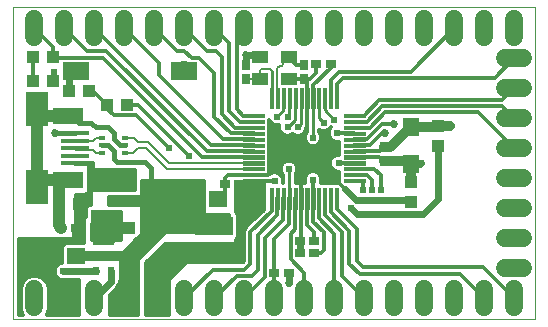
<source format=gtl>
G75*
%MOIN*%
%OFA0B0*%
%FSLAX25Y25*%
%IPPOS*%
%LPD*%
%AMOC8*
5,1,8,0,0,1.08239X$1,22.5*
%
%ADD10C,0.00000*%
%ADD11R,0.02913X0.03642*%
%ADD12R,0.05512X0.06299*%
%ADD13R,0.06299X0.05512*%
%ADD14R,0.03642X0.02913*%
%ADD15R,0.02362X0.03150*%
%ADD16R,0.02362X0.01575*%
%ADD17C,0.00118*%
%ADD18R,0.08858X0.03937*%
%ADD19R,0.08858X0.12795*%
%ADD20R,0.09400X0.01772*%
%ADD21R,0.10236X0.05807*%
%ADD22R,0.07480X0.11319*%
%ADD23R,0.04331X0.03937*%
%ADD24R,0.12598X0.06299*%
%ADD25R,0.03937X0.04331*%
%ADD26R,0.08583X0.06299*%
%ADD27R,0.05512X0.04134*%
%ADD28C,0.06000*%
%ADD29C,0.01200*%
%ADD30C,0.02700*%
%ADD31C,0.01600*%
%ADD32C,0.02400*%
%ADD33C,0.01000*%
%ADD34C,0.02400*%
%ADD35C,0.01800*%
%ADD36C,0.03200*%
%ADD37C,0.00800*%
%ADD38C,0.04000*%
D10*
X0016933Y0019933D02*
X0016933Y0123933D01*
X0190933Y0123933D01*
X0190933Y0019933D01*
X0016933Y0019933D01*
D11*
X0094433Y0100071D03*
X0094433Y0104795D03*
X0113933Y0104795D03*
X0113933Y0100071D03*
X0140433Y0077295D03*
X0140433Y0072571D03*
D12*
X0149433Y0071732D03*
X0149433Y0084134D03*
X0045433Y0065634D03*
X0045433Y0053232D03*
D13*
X0038034Y0040933D03*
X0025632Y0040933D03*
X0085232Y0059933D03*
X0097634Y0059933D03*
D14*
X0092295Y0064933D03*
X0087571Y0064933D03*
X0112571Y0045933D03*
X0117295Y0045933D03*
X0117295Y0041933D03*
X0112571Y0041933D03*
X0108795Y0035433D03*
X0104071Y0035433D03*
X0037795Y0050433D03*
X0033071Y0050433D03*
X0118071Y0104933D03*
X0122795Y0104933D03*
D15*
X0049433Y0045854D03*
X0044433Y0045854D03*
X0044433Y0036012D03*
X0049433Y0036012D03*
D16*
X0046683Y0075433D03*
X0046683Y0077933D03*
X0046683Y0080433D03*
X0054183Y0080433D03*
X0054183Y0077933D03*
X0054183Y0075433D03*
D17*
X0093717Y0076480D02*
X0100685Y0076480D01*
X0100685Y0075418D01*
X0093717Y0075418D01*
X0093717Y0076480D01*
X0093717Y0075535D02*
X0100685Y0075535D01*
X0100685Y0075652D02*
X0093717Y0075652D01*
X0093717Y0075769D02*
X0100685Y0075769D01*
X0100685Y0075886D02*
X0093717Y0075886D01*
X0093717Y0076003D02*
X0100685Y0076003D01*
X0100685Y0076120D02*
X0093717Y0076120D01*
X0093717Y0076237D02*
X0100685Y0076237D01*
X0100685Y0076354D02*
X0093717Y0076354D01*
X0093717Y0076471D02*
X0100685Y0076471D01*
X0100685Y0078448D02*
X0093717Y0078448D01*
X0100685Y0078448D02*
X0100685Y0077386D01*
X0093717Y0077386D01*
X0093717Y0078448D01*
X0093717Y0077503D02*
X0100685Y0077503D01*
X0100685Y0077620D02*
X0093717Y0077620D01*
X0093717Y0077737D02*
X0100685Y0077737D01*
X0100685Y0077854D02*
X0093717Y0077854D01*
X0093717Y0077971D02*
X0100685Y0077971D01*
X0100685Y0078088D02*
X0093717Y0078088D01*
X0093717Y0078205D02*
X0100685Y0078205D01*
X0100685Y0078322D02*
X0093717Y0078322D01*
X0093717Y0078439D02*
X0100685Y0078439D01*
X0100685Y0080417D02*
X0093717Y0080417D01*
X0100685Y0080417D02*
X0100685Y0079355D01*
X0093717Y0079355D01*
X0093717Y0080417D01*
X0093717Y0079472D02*
X0100685Y0079472D01*
X0100685Y0079589D02*
X0093717Y0079589D01*
X0093717Y0079706D02*
X0100685Y0079706D01*
X0100685Y0079823D02*
X0093717Y0079823D01*
X0093717Y0079940D02*
X0100685Y0079940D01*
X0100685Y0080057D02*
X0093717Y0080057D01*
X0093717Y0080174D02*
X0100685Y0080174D01*
X0100685Y0080291D02*
X0093717Y0080291D01*
X0093717Y0080408D02*
X0100685Y0080408D01*
X0100685Y0082385D02*
X0093717Y0082385D01*
X0100685Y0082385D02*
X0100685Y0081323D01*
X0093717Y0081323D01*
X0093717Y0082385D01*
X0093717Y0081440D02*
X0100685Y0081440D01*
X0100685Y0081557D02*
X0093717Y0081557D01*
X0093717Y0081674D02*
X0100685Y0081674D01*
X0100685Y0081791D02*
X0093717Y0081791D01*
X0093717Y0081908D02*
X0100685Y0081908D01*
X0100685Y0082025D02*
X0093717Y0082025D01*
X0093717Y0082142D02*
X0100685Y0082142D01*
X0100685Y0082259D02*
X0093717Y0082259D01*
X0093717Y0082376D02*
X0100685Y0082376D01*
X0100685Y0084354D02*
X0093717Y0084354D01*
X0100685Y0084354D02*
X0100685Y0083292D01*
X0093717Y0083292D01*
X0093717Y0084354D01*
X0093717Y0083409D02*
X0100685Y0083409D01*
X0100685Y0083526D02*
X0093717Y0083526D01*
X0093717Y0083643D02*
X0100685Y0083643D01*
X0100685Y0083760D02*
X0093717Y0083760D01*
X0093717Y0083877D02*
X0100685Y0083877D01*
X0100685Y0083994D02*
X0093717Y0083994D01*
X0093717Y0084111D02*
X0100685Y0084111D01*
X0100685Y0084228D02*
X0093717Y0084228D01*
X0093717Y0084345D02*
X0100685Y0084345D01*
X0100685Y0086322D02*
X0093717Y0086322D01*
X0100685Y0086322D02*
X0100685Y0085260D01*
X0093717Y0085260D01*
X0093717Y0086322D01*
X0093717Y0085377D02*
X0100685Y0085377D01*
X0100685Y0085494D02*
X0093717Y0085494D01*
X0093717Y0085611D02*
X0100685Y0085611D01*
X0100685Y0085728D02*
X0093717Y0085728D01*
X0093717Y0085845D02*
X0100685Y0085845D01*
X0100685Y0085962D02*
X0093717Y0085962D01*
X0093717Y0086079D02*
X0100685Y0086079D01*
X0100685Y0086196D02*
X0093717Y0086196D01*
X0093717Y0086313D02*
X0100685Y0086313D01*
X0100685Y0088291D02*
X0093717Y0088291D01*
X0100685Y0088291D02*
X0100685Y0087229D01*
X0093717Y0087229D01*
X0093717Y0088291D01*
X0093717Y0087346D02*
X0100685Y0087346D01*
X0100685Y0087463D02*
X0093717Y0087463D01*
X0093717Y0087580D02*
X0100685Y0087580D01*
X0100685Y0087697D02*
X0093717Y0087697D01*
X0093717Y0087814D02*
X0100685Y0087814D01*
X0100685Y0087931D02*
X0093717Y0087931D01*
X0093717Y0088048D02*
X0100685Y0088048D01*
X0100685Y0088165D02*
X0093717Y0088165D01*
X0093717Y0088282D02*
X0100685Y0088282D01*
X0102575Y0097149D02*
X0103637Y0097149D01*
X0103637Y0090181D01*
X0102575Y0090181D01*
X0102575Y0097149D01*
X0102575Y0090298D02*
X0103637Y0090298D01*
X0103637Y0090415D02*
X0102575Y0090415D01*
X0102575Y0090532D02*
X0103637Y0090532D01*
X0103637Y0090649D02*
X0102575Y0090649D01*
X0102575Y0090766D02*
X0103637Y0090766D01*
X0103637Y0090883D02*
X0102575Y0090883D01*
X0102575Y0091000D02*
X0103637Y0091000D01*
X0103637Y0091117D02*
X0102575Y0091117D01*
X0102575Y0091234D02*
X0103637Y0091234D01*
X0103637Y0091351D02*
X0102575Y0091351D01*
X0102575Y0091468D02*
X0103637Y0091468D01*
X0103637Y0091585D02*
X0102575Y0091585D01*
X0102575Y0091702D02*
X0103637Y0091702D01*
X0103637Y0091819D02*
X0102575Y0091819D01*
X0102575Y0091936D02*
X0103637Y0091936D01*
X0103637Y0092053D02*
X0102575Y0092053D01*
X0102575Y0092170D02*
X0103637Y0092170D01*
X0103637Y0092287D02*
X0102575Y0092287D01*
X0102575Y0092404D02*
X0103637Y0092404D01*
X0103637Y0092521D02*
X0102575Y0092521D01*
X0102575Y0092638D02*
X0103637Y0092638D01*
X0103637Y0092755D02*
X0102575Y0092755D01*
X0102575Y0092872D02*
X0103637Y0092872D01*
X0103637Y0092989D02*
X0102575Y0092989D01*
X0102575Y0093106D02*
X0103637Y0093106D01*
X0103637Y0093223D02*
X0102575Y0093223D01*
X0102575Y0093340D02*
X0103637Y0093340D01*
X0103637Y0093457D02*
X0102575Y0093457D01*
X0102575Y0093574D02*
X0103637Y0093574D01*
X0103637Y0093691D02*
X0102575Y0093691D01*
X0102575Y0093808D02*
X0103637Y0093808D01*
X0103637Y0093925D02*
X0102575Y0093925D01*
X0102575Y0094042D02*
X0103637Y0094042D01*
X0103637Y0094159D02*
X0102575Y0094159D01*
X0102575Y0094276D02*
X0103637Y0094276D01*
X0103637Y0094393D02*
X0102575Y0094393D01*
X0102575Y0094510D02*
X0103637Y0094510D01*
X0103637Y0094627D02*
X0102575Y0094627D01*
X0102575Y0094744D02*
X0103637Y0094744D01*
X0103637Y0094861D02*
X0102575Y0094861D01*
X0102575Y0094978D02*
X0103637Y0094978D01*
X0103637Y0095095D02*
X0102575Y0095095D01*
X0102575Y0095212D02*
X0103637Y0095212D01*
X0103637Y0095329D02*
X0102575Y0095329D01*
X0102575Y0095446D02*
X0103637Y0095446D01*
X0103637Y0095563D02*
X0102575Y0095563D01*
X0102575Y0095680D02*
X0103637Y0095680D01*
X0103637Y0095797D02*
X0102575Y0095797D01*
X0102575Y0095914D02*
X0103637Y0095914D01*
X0103637Y0096031D02*
X0102575Y0096031D01*
X0102575Y0096148D02*
X0103637Y0096148D01*
X0103637Y0096265D02*
X0102575Y0096265D01*
X0102575Y0096382D02*
X0103637Y0096382D01*
X0103637Y0096499D02*
X0102575Y0096499D01*
X0102575Y0096616D02*
X0103637Y0096616D01*
X0103637Y0096733D02*
X0102575Y0096733D01*
X0102575Y0096850D02*
X0103637Y0096850D01*
X0103637Y0096967D02*
X0102575Y0096967D01*
X0102575Y0097084D02*
X0103637Y0097084D01*
X0104544Y0097149D02*
X0105606Y0097149D01*
X0105606Y0090181D01*
X0104544Y0090181D01*
X0104544Y0097149D01*
X0104544Y0090298D02*
X0105606Y0090298D01*
X0105606Y0090415D02*
X0104544Y0090415D01*
X0104544Y0090532D02*
X0105606Y0090532D01*
X0105606Y0090649D02*
X0104544Y0090649D01*
X0104544Y0090766D02*
X0105606Y0090766D01*
X0105606Y0090883D02*
X0104544Y0090883D01*
X0104544Y0091000D02*
X0105606Y0091000D01*
X0105606Y0091117D02*
X0104544Y0091117D01*
X0104544Y0091234D02*
X0105606Y0091234D01*
X0105606Y0091351D02*
X0104544Y0091351D01*
X0104544Y0091468D02*
X0105606Y0091468D01*
X0105606Y0091585D02*
X0104544Y0091585D01*
X0104544Y0091702D02*
X0105606Y0091702D01*
X0105606Y0091819D02*
X0104544Y0091819D01*
X0104544Y0091936D02*
X0105606Y0091936D01*
X0105606Y0092053D02*
X0104544Y0092053D01*
X0104544Y0092170D02*
X0105606Y0092170D01*
X0105606Y0092287D02*
X0104544Y0092287D01*
X0104544Y0092404D02*
X0105606Y0092404D01*
X0105606Y0092521D02*
X0104544Y0092521D01*
X0104544Y0092638D02*
X0105606Y0092638D01*
X0105606Y0092755D02*
X0104544Y0092755D01*
X0104544Y0092872D02*
X0105606Y0092872D01*
X0105606Y0092989D02*
X0104544Y0092989D01*
X0104544Y0093106D02*
X0105606Y0093106D01*
X0105606Y0093223D02*
X0104544Y0093223D01*
X0104544Y0093340D02*
X0105606Y0093340D01*
X0105606Y0093457D02*
X0104544Y0093457D01*
X0104544Y0093574D02*
X0105606Y0093574D01*
X0105606Y0093691D02*
X0104544Y0093691D01*
X0104544Y0093808D02*
X0105606Y0093808D01*
X0105606Y0093925D02*
X0104544Y0093925D01*
X0104544Y0094042D02*
X0105606Y0094042D01*
X0105606Y0094159D02*
X0104544Y0094159D01*
X0104544Y0094276D02*
X0105606Y0094276D01*
X0105606Y0094393D02*
X0104544Y0094393D01*
X0104544Y0094510D02*
X0105606Y0094510D01*
X0105606Y0094627D02*
X0104544Y0094627D01*
X0104544Y0094744D02*
X0105606Y0094744D01*
X0105606Y0094861D02*
X0104544Y0094861D01*
X0104544Y0094978D02*
X0105606Y0094978D01*
X0105606Y0095095D02*
X0104544Y0095095D01*
X0104544Y0095212D02*
X0105606Y0095212D01*
X0105606Y0095329D02*
X0104544Y0095329D01*
X0104544Y0095446D02*
X0105606Y0095446D01*
X0105606Y0095563D02*
X0104544Y0095563D01*
X0104544Y0095680D02*
X0105606Y0095680D01*
X0105606Y0095797D02*
X0104544Y0095797D01*
X0104544Y0095914D02*
X0105606Y0095914D01*
X0105606Y0096031D02*
X0104544Y0096031D01*
X0104544Y0096148D02*
X0105606Y0096148D01*
X0105606Y0096265D02*
X0104544Y0096265D01*
X0104544Y0096382D02*
X0105606Y0096382D01*
X0105606Y0096499D02*
X0104544Y0096499D01*
X0104544Y0096616D02*
X0105606Y0096616D01*
X0105606Y0096733D02*
X0104544Y0096733D01*
X0104544Y0096850D02*
X0105606Y0096850D01*
X0105606Y0096967D02*
X0104544Y0096967D01*
X0104544Y0097084D02*
X0105606Y0097084D01*
X0106512Y0097149D02*
X0107574Y0097149D01*
X0107574Y0090181D01*
X0106512Y0090181D01*
X0106512Y0097149D01*
X0106512Y0090298D02*
X0107574Y0090298D01*
X0107574Y0090415D02*
X0106512Y0090415D01*
X0106512Y0090532D02*
X0107574Y0090532D01*
X0107574Y0090649D02*
X0106512Y0090649D01*
X0106512Y0090766D02*
X0107574Y0090766D01*
X0107574Y0090883D02*
X0106512Y0090883D01*
X0106512Y0091000D02*
X0107574Y0091000D01*
X0107574Y0091117D02*
X0106512Y0091117D01*
X0106512Y0091234D02*
X0107574Y0091234D01*
X0107574Y0091351D02*
X0106512Y0091351D01*
X0106512Y0091468D02*
X0107574Y0091468D01*
X0107574Y0091585D02*
X0106512Y0091585D01*
X0106512Y0091702D02*
X0107574Y0091702D01*
X0107574Y0091819D02*
X0106512Y0091819D01*
X0106512Y0091936D02*
X0107574Y0091936D01*
X0107574Y0092053D02*
X0106512Y0092053D01*
X0106512Y0092170D02*
X0107574Y0092170D01*
X0107574Y0092287D02*
X0106512Y0092287D01*
X0106512Y0092404D02*
X0107574Y0092404D01*
X0107574Y0092521D02*
X0106512Y0092521D01*
X0106512Y0092638D02*
X0107574Y0092638D01*
X0107574Y0092755D02*
X0106512Y0092755D01*
X0106512Y0092872D02*
X0107574Y0092872D01*
X0107574Y0092989D02*
X0106512Y0092989D01*
X0106512Y0093106D02*
X0107574Y0093106D01*
X0107574Y0093223D02*
X0106512Y0093223D01*
X0106512Y0093340D02*
X0107574Y0093340D01*
X0107574Y0093457D02*
X0106512Y0093457D01*
X0106512Y0093574D02*
X0107574Y0093574D01*
X0107574Y0093691D02*
X0106512Y0093691D01*
X0106512Y0093808D02*
X0107574Y0093808D01*
X0107574Y0093925D02*
X0106512Y0093925D01*
X0106512Y0094042D02*
X0107574Y0094042D01*
X0107574Y0094159D02*
X0106512Y0094159D01*
X0106512Y0094276D02*
X0107574Y0094276D01*
X0107574Y0094393D02*
X0106512Y0094393D01*
X0106512Y0094510D02*
X0107574Y0094510D01*
X0107574Y0094627D02*
X0106512Y0094627D01*
X0106512Y0094744D02*
X0107574Y0094744D01*
X0107574Y0094861D02*
X0106512Y0094861D01*
X0106512Y0094978D02*
X0107574Y0094978D01*
X0107574Y0095095D02*
X0106512Y0095095D01*
X0106512Y0095212D02*
X0107574Y0095212D01*
X0107574Y0095329D02*
X0106512Y0095329D01*
X0106512Y0095446D02*
X0107574Y0095446D01*
X0107574Y0095563D02*
X0106512Y0095563D01*
X0106512Y0095680D02*
X0107574Y0095680D01*
X0107574Y0095797D02*
X0106512Y0095797D01*
X0106512Y0095914D02*
X0107574Y0095914D01*
X0107574Y0096031D02*
X0106512Y0096031D01*
X0106512Y0096148D02*
X0107574Y0096148D01*
X0107574Y0096265D02*
X0106512Y0096265D01*
X0106512Y0096382D02*
X0107574Y0096382D01*
X0107574Y0096499D02*
X0106512Y0096499D01*
X0106512Y0096616D02*
X0107574Y0096616D01*
X0107574Y0096733D02*
X0106512Y0096733D01*
X0106512Y0096850D02*
X0107574Y0096850D01*
X0107574Y0096967D02*
X0106512Y0096967D01*
X0106512Y0097084D02*
X0107574Y0097084D01*
X0108481Y0097149D02*
X0109543Y0097149D01*
X0109543Y0090181D01*
X0108481Y0090181D01*
X0108481Y0097149D01*
X0108481Y0090298D02*
X0109543Y0090298D01*
X0109543Y0090415D02*
X0108481Y0090415D01*
X0108481Y0090532D02*
X0109543Y0090532D01*
X0109543Y0090649D02*
X0108481Y0090649D01*
X0108481Y0090766D02*
X0109543Y0090766D01*
X0109543Y0090883D02*
X0108481Y0090883D01*
X0108481Y0091000D02*
X0109543Y0091000D01*
X0109543Y0091117D02*
X0108481Y0091117D01*
X0108481Y0091234D02*
X0109543Y0091234D01*
X0109543Y0091351D02*
X0108481Y0091351D01*
X0108481Y0091468D02*
X0109543Y0091468D01*
X0109543Y0091585D02*
X0108481Y0091585D01*
X0108481Y0091702D02*
X0109543Y0091702D01*
X0109543Y0091819D02*
X0108481Y0091819D01*
X0108481Y0091936D02*
X0109543Y0091936D01*
X0109543Y0092053D02*
X0108481Y0092053D01*
X0108481Y0092170D02*
X0109543Y0092170D01*
X0109543Y0092287D02*
X0108481Y0092287D01*
X0108481Y0092404D02*
X0109543Y0092404D01*
X0109543Y0092521D02*
X0108481Y0092521D01*
X0108481Y0092638D02*
X0109543Y0092638D01*
X0109543Y0092755D02*
X0108481Y0092755D01*
X0108481Y0092872D02*
X0109543Y0092872D01*
X0109543Y0092989D02*
X0108481Y0092989D01*
X0108481Y0093106D02*
X0109543Y0093106D01*
X0109543Y0093223D02*
X0108481Y0093223D01*
X0108481Y0093340D02*
X0109543Y0093340D01*
X0109543Y0093457D02*
X0108481Y0093457D01*
X0108481Y0093574D02*
X0109543Y0093574D01*
X0109543Y0093691D02*
X0108481Y0093691D01*
X0108481Y0093808D02*
X0109543Y0093808D01*
X0109543Y0093925D02*
X0108481Y0093925D01*
X0108481Y0094042D02*
X0109543Y0094042D01*
X0109543Y0094159D02*
X0108481Y0094159D01*
X0108481Y0094276D02*
X0109543Y0094276D01*
X0109543Y0094393D02*
X0108481Y0094393D01*
X0108481Y0094510D02*
X0109543Y0094510D01*
X0109543Y0094627D02*
X0108481Y0094627D01*
X0108481Y0094744D02*
X0109543Y0094744D01*
X0109543Y0094861D02*
X0108481Y0094861D01*
X0108481Y0094978D02*
X0109543Y0094978D01*
X0109543Y0095095D02*
X0108481Y0095095D01*
X0108481Y0095212D02*
X0109543Y0095212D01*
X0109543Y0095329D02*
X0108481Y0095329D01*
X0108481Y0095446D02*
X0109543Y0095446D01*
X0109543Y0095563D02*
X0108481Y0095563D01*
X0108481Y0095680D02*
X0109543Y0095680D01*
X0109543Y0095797D02*
X0108481Y0095797D01*
X0108481Y0095914D02*
X0109543Y0095914D01*
X0109543Y0096031D02*
X0108481Y0096031D01*
X0108481Y0096148D02*
X0109543Y0096148D01*
X0109543Y0096265D02*
X0108481Y0096265D01*
X0108481Y0096382D02*
X0109543Y0096382D01*
X0109543Y0096499D02*
X0108481Y0096499D01*
X0108481Y0096616D02*
X0109543Y0096616D01*
X0109543Y0096733D02*
X0108481Y0096733D01*
X0108481Y0096850D02*
X0109543Y0096850D01*
X0109543Y0096967D02*
X0108481Y0096967D01*
X0108481Y0097084D02*
X0109543Y0097084D01*
X0110449Y0097149D02*
X0111511Y0097149D01*
X0111511Y0090181D01*
X0110449Y0090181D01*
X0110449Y0097149D01*
X0110449Y0090298D02*
X0111511Y0090298D01*
X0111511Y0090415D02*
X0110449Y0090415D01*
X0110449Y0090532D02*
X0111511Y0090532D01*
X0111511Y0090649D02*
X0110449Y0090649D01*
X0110449Y0090766D02*
X0111511Y0090766D01*
X0111511Y0090883D02*
X0110449Y0090883D01*
X0110449Y0091000D02*
X0111511Y0091000D01*
X0111511Y0091117D02*
X0110449Y0091117D01*
X0110449Y0091234D02*
X0111511Y0091234D01*
X0111511Y0091351D02*
X0110449Y0091351D01*
X0110449Y0091468D02*
X0111511Y0091468D01*
X0111511Y0091585D02*
X0110449Y0091585D01*
X0110449Y0091702D02*
X0111511Y0091702D01*
X0111511Y0091819D02*
X0110449Y0091819D01*
X0110449Y0091936D02*
X0111511Y0091936D01*
X0111511Y0092053D02*
X0110449Y0092053D01*
X0110449Y0092170D02*
X0111511Y0092170D01*
X0111511Y0092287D02*
X0110449Y0092287D01*
X0110449Y0092404D02*
X0111511Y0092404D01*
X0111511Y0092521D02*
X0110449Y0092521D01*
X0110449Y0092638D02*
X0111511Y0092638D01*
X0111511Y0092755D02*
X0110449Y0092755D01*
X0110449Y0092872D02*
X0111511Y0092872D01*
X0111511Y0092989D02*
X0110449Y0092989D01*
X0110449Y0093106D02*
X0111511Y0093106D01*
X0111511Y0093223D02*
X0110449Y0093223D01*
X0110449Y0093340D02*
X0111511Y0093340D01*
X0111511Y0093457D02*
X0110449Y0093457D01*
X0110449Y0093574D02*
X0111511Y0093574D01*
X0111511Y0093691D02*
X0110449Y0093691D01*
X0110449Y0093808D02*
X0111511Y0093808D01*
X0111511Y0093925D02*
X0110449Y0093925D01*
X0110449Y0094042D02*
X0111511Y0094042D01*
X0111511Y0094159D02*
X0110449Y0094159D01*
X0110449Y0094276D02*
X0111511Y0094276D01*
X0111511Y0094393D02*
X0110449Y0094393D01*
X0110449Y0094510D02*
X0111511Y0094510D01*
X0111511Y0094627D02*
X0110449Y0094627D01*
X0110449Y0094744D02*
X0111511Y0094744D01*
X0111511Y0094861D02*
X0110449Y0094861D01*
X0110449Y0094978D02*
X0111511Y0094978D01*
X0111511Y0095095D02*
X0110449Y0095095D01*
X0110449Y0095212D02*
X0111511Y0095212D01*
X0111511Y0095329D02*
X0110449Y0095329D01*
X0110449Y0095446D02*
X0111511Y0095446D01*
X0111511Y0095563D02*
X0110449Y0095563D01*
X0110449Y0095680D02*
X0111511Y0095680D01*
X0111511Y0095797D02*
X0110449Y0095797D01*
X0110449Y0095914D02*
X0111511Y0095914D01*
X0111511Y0096031D02*
X0110449Y0096031D01*
X0110449Y0096148D02*
X0111511Y0096148D01*
X0111511Y0096265D02*
X0110449Y0096265D01*
X0110449Y0096382D02*
X0111511Y0096382D01*
X0111511Y0096499D02*
X0110449Y0096499D01*
X0110449Y0096616D02*
X0111511Y0096616D01*
X0111511Y0096733D02*
X0110449Y0096733D01*
X0110449Y0096850D02*
X0111511Y0096850D01*
X0111511Y0096967D02*
X0110449Y0096967D01*
X0110449Y0097084D02*
X0111511Y0097084D01*
X0112418Y0097149D02*
X0113480Y0097149D01*
X0113480Y0090181D01*
X0112418Y0090181D01*
X0112418Y0097149D01*
X0112418Y0090298D02*
X0113480Y0090298D01*
X0113480Y0090415D02*
X0112418Y0090415D01*
X0112418Y0090532D02*
X0113480Y0090532D01*
X0113480Y0090649D02*
X0112418Y0090649D01*
X0112418Y0090766D02*
X0113480Y0090766D01*
X0113480Y0090883D02*
X0112418Y0090883D01*
X0112418Y0091000D02*
X0113480Y0091000D01*
X0113480Y0091117D02*
X0112418Y0091117D01*
X0112418Y0091234D02*
X0113480Y0091234D01*
X0113480Y0091351D02*
X0112418Y0091351D01*
X0112418Y0091468D02*
X0113480Y0091468D01*
X0113480Y0091585D02*
X0112418Y0091585D01*
X0112418Y0091702D02*
X0113480Y0091702D01*
X0113480Y0091819D02*
X0112418Y0091819D01*
X0112418Y0091936D02*
X0113480Y0091936D01*
X0113480Y0092053D02*
X0112418Y0092053D01*
X0112418Y0092170D02*
X0113480Y0092170D01*
X0113480Y0092287D02*
X0112418Y0092287D01*
X0112418Y0092404D02*
X0113480Y0092404D01*
X0113480Y0092521D02*
X0112418Y0092521D01*
X0112418Y0092638D02*
X0113480Y0092638D01*
X0113480Y0092755D02*
X0112418Y0092755D01*
X0112418Y0092872D02*
X0113480Y0092872D01*
X0113480Y0092989D02*
X0112418Y0092989D01*
X0112418Y0093106D02*
X0113480Y0093106D01*
X0113480Y0093223D02*
X0112418Y0093223D01*
X0112418Y0093340D02*
X0113480Y0093340D01*
X0113480Y0093457D02*
X0112418Y0093457D01*
X0112418Y0093574D02*
X0113480Y0093574D01*
X0113480Y0093691D02*
X0112418Y0093691D01*
X0112418Y0093808D02*
X0113480Y0093808D01*
X0113480Y0093925D02*
X0112418Y0093925D01*
X0112418Y0094042D02*
X0113480Y0094042D01*
X0113480Y0094159D02*
X0112418Y0094159D01*
X0112418Y0094276D02*
X0113480Y0094276D01*
X0113480Y0094393D02*
X0112418Y0094393D01*
X0112418Y0094510D02*
X0113480Y0094510D01*
X0113480Y0094627D02*
X0112418Y0094627D01*
X0112418Y0094744D02*
X0113480Y0094744D01*
X0113480Y0094861D02*
X0112418Y0094861D01*
X0112418Y0094978D02*
X0113480Y0094978D01*
X0113480Y0095095D02*
X0112418Y0095095D01*
X0112418Y0095212D02*
X0113480Y0095212D01*
X0113480Y0095329D02*
X0112418Y0095329D01*
X0112418Y0095446D02*
X0113480Y0095446D01*
X0113480Y0095563D02*
X0112418Y0095563D01*
X0112418Y0095680D02*
X0113480Y0095680D01*
X0113480Y0095797D02*
X0112418Y0095797D01*
X0112418Y0095914D02*
X0113480Y0095914D01*
X0113480Y0096031D02*
X0112418Y0096031D01*
X0112418Y0096148D02*
X0113480Y0096148D01*
X0113480Y0096265D02*
X0112418Y0096265D01*
X0112418Y0096382D02*
X0113480Y0096382D01*
X0113480Y0096499D02*
X0112418Y0096499D01*
X0112418Y0096616D02*
X0113480Y0096616D01*
X0113480Y0096733D02*
X0112418Y0096733D01*
X0112418Y0096850D02*
X0113480Y0096850D01*
X0113480Y0096967D02*
X0112418Y0096967D01*
X0112418Y0097084D02*
X0113480Y0097084D01*
X0114386Y0097149D02*
X0115448Y0097149D01*
X0115448Y0090181D01*
X0114386Y0090181D01*
X0114386Y0097149D01*
X0114386Y0090298D02*
X0115448Y0090298D01*
X0115448Y0090415D02*
X0114386Y0090415D01*
X0114386Y0090532D02*
X0115448Y0090532D01*
X0115448Y0090649D02*
X0114386Y0090649D01*
X0114386Y0090766D02*
X0115448Y0090766D01*
X0115448Y0090883D02*
X0114386Y0090883D01*
X0114386Y0091000D02*
X0115448Y0091000D01*
X0115448Y0091117D02*
X0114386Y0091117D01*
X0114386Y0091234D02*
X0115448Y0091234D01*
X0115448Y0091351D02*
X0114386Y0091351D01*
X0114386Y0091468D02*
X0115448Y0091468D01*
X0115448Y0091585D02*
X0114386Y0091585D01*
X0114386Y0091702D02*
X0115448Y0091702D01*
X0115448Y0091819D02*
X0114386Y0091819D01*
X0114386Y0091936D02*
X0115448Y0091936D01*
X0115448Y0092053D02*
X0114386Y0092053D01*
X0114386Y0092170D02*
X0115448Y0092170D01*
X0115448Y0092287D02*
X0114386Y0092287D01*
X0114386Y0092404D02*
X0115448Y0092404D01*
X0115448Y0092521D02*
X0114386Y0092521D01*
X0114386Y0092638D02*
X0115448Y0092638D01*
X0115448Y0092755D02*
X0114386Y0092755D01*
X0114386Y0092872D02*
X0115448Y0092872D01*
X0115448Y0092989D02*
X0114386Y0092989D01*
X0114386Y0093106D02*
X0115448Y0093106D01*
X0115448Y0093223D02*
X0114386Y0093223D01*
X0114386Y0093340D02*
X0115448Y0093340D01*
X0115448Y0093457D02*
X0114386Y0093457D01*
X0114386Y0093574D02*
X0115448Y0093574D01*
X0115448Y0093691D02*
X0114386Y0093691D01*
X0114386Y0093808D02*
X0115448Y0093808D01*
X0115448Y0093925D02*
X0114386Y0093925D01*
X0114386Y0094042D02*
X0115448Y0094042D01*
X0115448Y0094159D02*
X0114386Y0094159D01*
X0114386Y0094276D02*
X0115448Y0094276D01*
X0115448Y0094393D02*
X0114386Y0094393D01*
X0114386Y0094510D02*
X0115448Y0094510D01*
X0115448Y0094627D02*
X0114386Y0094627D01*
X0114386Y0094744D02*
X0115448Y0094744D01*
X0115448Y0094861D02*
X0114386Y0094861D01*
X0114386Y0094978D02*
X0115448Y0094978D01*
X0115448Y0095095D02*
X0114386Y0095095D01*
X0114386Y0095212D02*
X0115448Y0095212D01*
X0115448Y0095329D02*
X0114386Y0095329D01*
X0114386Y0095446D02*
X0115448Y0095446D01*
X0115448Y0095563D02*
X0114386Y0095563D01*
X0114386Y0095680D02*
X0115448Y0095680D01*
X0115448Y0095797D02*
X0114386Y0095797D01*
X0114386Y0095914D02*
X0115448Y0095914D01*
X0115448Y0096031D02*
X0114386Y0096031D01*
X0114386Y0096148D02*
X0115448Y0096148D01*
X0115448Y0096265D02*
X0114386Y0096265D01*
X0114386Y0096382D02*
X0115448Y0096382D01*
X0115448Y0096499D02*
X0114386Y0096499D01*
X0114386Y0096616D02*
X0115448Y0096616D01*
X0115448Y0096733D02*
X0114386Y0096733D01*
X0114386Y0096850D02*
X0115448Y0096850D01*
X0115448Y0096967D02*
X0114386Y0096967D01*
X0114386Y0097084D02*
X0115448Y0097084D01*
X0116355Y0097149D02*
X0117417Y0097149D01*
X0117417Y0090181D01*
X0116355Y0090181D01*
X0116355Y0097149D01*
X0116355Y0090298D02*
X0117417Y0090298D01*
X0117417Y0090415D02*
X0116355Y0090415D01*
X0116355Y0090532D02*
X0117417Y0090532D01*
X0117417Y0090649D02*
X0116355Y0090649D01*
X0116355Y0090766D02*
X0117417Y0090766D01*
X0117417Y0090883D02*
X0116355Y0090883D01*
X0116355Y0091000D02*
X0117417Y0091000D01*
X0117417Y0091117D02*
X0116355Y0091117D01*
X0116355Y0091234D02*
X0117417Y0091234D01*
X0117417Y0091351D02*
X0116355Y0091351D01*
X0116355Y0091468D02*
X0117417Y0091468D01*
X0117417Y0091585D02*
X0116355Y0091585D01*
X0116355Y0091702D02*
X0117417Y0091702D01*
X0117417Y0091819D02*
X0116355Y0091819D01*
X0116355Y0091936D02*
X0117417Y0091936D01*
X0117417Y0092053D02*
X0116355Y0092053D01*
X0116355Y0092170D02*
X0117417Y0092170D01*
X0117417Y0092287D02*
X0116355Y0092287D01*
X0116355Y0092404D02*
X0117417Y0092404D01*
X0117417Y0092521D02*
X0116355Y0092521D01*
X0116355Y0092638D02*
X0117417Y0092638D01*
X0117417Y0092755D02*
X0116355Y0092755D01*
X0116355Y0092872D02*
X0117417Y0092872D01*
X0117417Y0092989D02*
X0116355Y0092989D01*
X0116355Y0093106D02*
X0117417Y0093106D01*
X0117417Y0093223D02*
X0116355Y0093223D01*
X0116355Y0093340D02*
X0117417Y0093340D01*
X0117417Y0093457D02*
X0116355Y0093457D01*
X0116355Y0093574D02*
X0117417Y0093574D01*
X0117417Y0093691D02*
X0116355Y0093691D01*
X0116355Y0093808D02*
X0117417Y0093808D01*
X0117417Y0093925D02*
X0116355Y0093925D01*
X0116355Y0094042D02*
X0117417Y0094042D01*
X0117417Y0094159D02*
X0116355Y0094159D01*
X0116355Y0094276D02*
X0117417Y0094276D01*
X0117417Y0094393D02*
X0116355Y0094393D01*
X0116355Y0094510D02*
X0117417Y0094510D01*
X0117417Y0094627D02*
X0116355Y0094627D01*
X0116355Y0094744D02*
X0117417Y0094744D01*
X0117417Y0094861D02*
X0116355Y0094861D01*
X0116355Y0094978D02*
X0117417Y0094978D01*
X0117417Y0095095D02*
X0116355Y0095095D01*
X0116355Y0095212D02*
X0117417Y0095212D01*
X0117417Y0095329D02*
X0116355Y0095329D01*
X0116355Y0095446D02*
X0117417Y0095446D01*
X0117417Y0095563D02*
X0116355Y0095563D01*
X0116355Y0095680D02*
X0117417Y0095680D01*
X0117417Y0095797D02*
X0116355Y0095797D01*
X0116355Y0095914D02*
X0117417Y0095914D01*
X0117417Y0096031D02*
X0116355Y0096031D01*
X0116355Y0096148D02*
X0117417Y0096148D01*
X0117417Y0096265D02*
X0116355Y0096265D01*
X0116355Y0096382D02*
X0117417Y0096382D01*
X0117417Y0096499D02*
X0116355Y0096499D01*
X0116355Y0096616D02*
X0117417Y0096616D01*
X0117417Y0096733D02*
X0116355Y0096733D01*
X0116355Y0096850D02*
X0117417Y0096850D01*
X0117417Y0096967D02*
X0116355Y0096967D01*
X0116355Y0097084D02*
X0117417Y0097084D01*
X0118323Y0097149D02*
X0119385Y0097149D01*
X0119385Y0090181D01*
X0118323Y0090181D01*
X0118323Y0097149D01*
X0118323Y0090298D02*
X0119385Y0090298D01*
X0119385Y0090415D02*
X0118323Y0090415D01*
X0118323Y0090532D02*
X0119385Y0090532D01*
X0119385Y0090649D02*
X0118323Y0090649D01*
X0118323Y0090766D02*
X0119385Y0090766D01*
X0119385Y0090883D02*
X0118323Y0090883D01*
X0118323Y0091000D02*
X0119385Y0091000D01*
X0119385Y0091117D02*
X0118323Y0091117D01*
X0118323Y0091234D02*
X0119385Y0091234D01*
X0119385Y0091351D02*
X0118323Y0091351D01*
X0118323Y0091468D02*
X0119385Y0091468D01*
X0119385Y0091585D02*
X0118323Y0091585D01*
X0118323Y0091702D02*
X0119385Y0091702D01*
X0119385Y0091819D02*
X0118323Y0091819D01*
X0118323Y0091936D02*
X0119385Y0091936D01*
X0119385Y0092053D02*
X0118323Y0092053D01*
X0118323Y0092170D02*
X0119385Y0092170D01*
X0119385Y0092287D02*
X0118323Y0092287D01*
X0118323Y0092404D02*
X0119385Y0092404D01*
X0119385Y0092521D02*
X0118323Y0092521D01*
X0118323Y0092638D02*
X0119385Y0092638D01*
X0119385Y0092755D02*
X0118323Y0092755D01*
X0118323Y0092872D02*
X0119385Y0092872D01*
X0119385Y0092989D02*
X0118323Y0092989D01*
X0118323Y0093106D02*
X0119385Y0093106D01*
X0119385Y0093223D02*
X0118323Y0093223D01*
X0118323Y0093340D02*
X0119385Y0093340D01*
X0119385Y0093457D02*
X0118323Y0093457D01*
X0118323Y0093574D02*
X0119385Y0093574D01*
X0119385Y0093691D02*
X0118323Y0093691D01*
X0118323Y0093808D02*
X0119385Y0093808D01*
X0119385Y0093925D02*
X0118323Y0093925D01*
X0118323Y0094042D02*
X0119385Y0094042D01*
X0119385Y0094159D02*
X0118323Y0094159D01*
X0118323Y0094276D02*
X0119385Y0094276D01*
X0119385Y0094393D02*
X0118323Y0094393D01*
X0118323Y0094510D02*
X0119385Y0094510D01*
X0119385Y0094627D02*
X0118323Y0094627D01*
X0118323Y0094744D02*
X0119385Y0094744D01*
X0119385Y0094861D02*
X0118323Y0094861D01*
X0118323Y0094978D02*
X0119385Y0094978D01*
X0119385Y0095095D02*
X0118323Y0095095D01*
X0118323Y0095212D02*
X0119385Y0095212D01*
X0119385Y0095329D02*
X0118323Y0095329D01*
X0118323Y0095446D02*
X0119385Y0095446D01*
X0119385Y0095563D02*
X0118323Y0095563D01*
X0118323Y0095680D02*
X0119385Y0095680D01*
X0119385Y0095797D02*
X0118323Y0095797D01*
X0118323Y0095914D02*
X0119385Y0095914D01*
X0119385Y0096031D02*
X0118323Y0096031D01*
X0118323Y0096148D02*
X0119385Y0096148D01*
X0119385Y0096265D02*
X0118323Y0096265D01*
X0118323Y0096382D02*
X0119385Y0096382D01*
X0119385Y0096499D02*
X0118323Y0096499D01*
X0118323Y0096616D02*
X0119385Y0096616D01*
X0119385Y0096733D02*
X0118323Y0096733D01*
X0118323Y0096850D02*
X0119385Y0096850D01*
X0119385Y0096967D02*
X0118323Y0096967D01*
X0118323Y0097084D02*
X0119385Y0097084D01*
X0120292Y0097149D02*
X0121354Y0097149D01*
X0121354Y0090181D01*
X0120292Y0090181D01*
X0120292Y0097149D01*
X0120292Y0090298D02*
X0121354Y0090298D01*
X0121354Y0090415D02*
X0120292Y0090415D01*
X0120292Y0090532D02*
X0121354Y0090532D01*
X0121354Y0090649D02*
X0120292Y0090649D01*
X0120292Y0090766D02*
X0121354Y0090766D01*
X0121354Y0090883D02*
X0120292Y0090883D01*
X0120292Y0091000D02*
X0121354Y0091000D01*
X0121354Y0091117D02*
X0120292Y0091117D01*
X0120292Y0091234D02*
X0121354Y0091234D01*
X0121354Y0091351D02*
X0120292Y0091351D01*
X0120292Y0091468D02*
X0121354Y0091468D01*
X0121354Y0091585D02*
X0120292Y0091585D01*
X0120292Y0091702D02*
X0121354Y0091702D01*
X0121354Y0091819D02*
X0120292Y0091819D01*
X0120292Y0091936D02*
X0121354Y0091936D01*
X0121354Y0092053D02*
X0120292Y0092053D01*
X0120292Y0092170D02*
X0121354Y0092170D01*
X0121354Y0092287D02*
X0120292Y0092287D01*
X0120292Y0092404D02*
X0121354Y0092404D01*
X0121354Y0092521D02*
X0120292Y0092521D01*
X0120292Y0092638D02*
X0121354Y0092638D01*
X0121354Y0092755D02*
X0120292Y0092755D01*
X0120292Y0092872D02*
X0121354Y0092872D01*
X0121354Y0092989D02*
X0120292Y0092989D01*
X0120292Y0093106D02*
X0121354Y0093106D01*
X0121354Y0093223D02*
X0120292Y0093223D01*
X0120292Y0093340D02*
X0121354Y0093340D01*
X0121354Y0093457D02*
X0120292Y0093457D01*
X0120292Y0093574D02*
X0121354Y0093574D01*
X0121354Y0093691D02*
X0120292Y0093691D01*
X0120292Y0093808D02*
X0121354Y0093808D01*
X0121354Y0093925D02*
X0120292Y0093925D01*
X0120292Y0094042D02*
X0121354Y0094042D01*
X0121354Y0094159D02*
X0120292Y0094159D01*
X0120292Y0094276D02*
X0121354Y0094276D01*
X0121354Y0094393D02*
X0120292Y0094393D01*
X0120292Y0094510D02*
X0121354Y0094510D01*
X0121354Y0094627D02*
X0120292Y0094627D01*
X0120292Y0094744D02*
X0121354Y0094744D01*
X0121354Y0094861D02*
X0120292Y0094861D01*
X0120292Y0094978D02*
X0121354Y0094978D01*
X0121354Y0095095D02*
X0120292Y0095095D01*
X0120292Y0095212D02*
X0121354Y0095212D01*
X0121354Y0095329D02*
X0120292Y0095329D01*
X0120292Y0095446D02*
X0121354Y0095446D01*
X0121354Y0095563D02*
X0120292Y0095563D01*
X0120292Y0095680D02*
X0121354Y0095680D01*
X0121354Y0095797D02*
X0120292Y0095797D01*
X0120292Y0095914D02*
X0121354Y0095914D01*
X0121354Y0096031D02*
X0120292Y0096031D01*
X0120292Y0096148D02*
X0121354Y0096148D01*
X0121354Y0096265D02*
X0120292Y0096265D01*
X0120292Y0096382D02*
X0121354Y0096382D01*
X0121354Y0096499D02*
X0120292Y0096499D01*
X0120292Y0096616D02*
X0121354Y0096616D01*
X0121354Y0096733D02*
X0120292Y0096733D01*
X0120292Y0096850D02*
X0121354Y0096850D01*
X0121354Y0096967D02*
X0120292Y0096967D01*
X0120292Y0097084D02*
X0121354Y0097084D01*
X0122260Y0097149D02*
X0123322Y0097149D01*
X0123322Y0090181D01*
X0122260Y0090181D01*
X0122260Y0097149D01*
X0122260Y0090298D02*
X0123322Y0090298D01*
X0123322Y0090415D02*
X0122260Y0090415D01*
X0122260Y0090532D02*
X0123322Y0090532D01*
X0123322Y0090649D02*
X0122260Y0090649D01*
X0122260Y0090766D02*
X0123322Y0090766D01*
X0123322Y0090883D02*
X0122260Y0090883D01*
X0122260Y0091000D02*
X0123322Y0091000D01*
X0123322Y0091117D02*
X0122260Y0091117D01*
X0122260Y0091234D02*
X0123322Y0091234D01*
X0123322Y0091351D02*
X0122260Y0091351D01*
X0122260Y0091468D02*
X0123322Y0091468D01*
X0123322Y0091585D02*
X0122260Y0091585D01*
X0122260Y0091702D02*
X0123322Y0091702D01*
X0123322Y0091819D02*
X0122260Y0091819D01*
X0122260Y0091936D02*
X0123322Y0091936D01*
X0123322Y0092053D02*
X0122260Y0092053D01*
X0122260Y0092170D02*
X0123322Y0092170D01*
X0123322Y0092287D02*
X0122260Y0092287D01*
X0122260Y0092404D02*
X0123322Y0092404D01*
X0123322Y0092521D02*
X0122260Y0092521D01*
X0122260Y0092638D02*
X0123322Y0092638D01*
X0123322Y0092755D02*
X0122260Y0092755D01*
X0122260Y0092872D02*
X0123322Y0092872D01*
X0123322Y0092989D02*
X0122260Y0092989D01*
X0122260Y0093106D02*
X0123322Y0093106D01*
X0123322Y0093223D02*
X0122260Y0093223D01*
X0122260Y0093340D02*
X0123322Y0093340D01*
X0123322Y0093457D02*
X0122260Y0093457D01*
X0122260Y0093574D02*
X0123322Y0093574D01*
X0123322Y0093691D02*
X0122260Y0093691D01*
X0122260Y0093808D02*
X0123322Y0093808D01*
X0123322Y0093925D02*
X0122260Y0093925D01*
X0122260Y0094042D02*
X0123322Y0094042D01*
X0123322Y0094159D02*
X0122260Y0094159D01*
X0122260Y0094276D02*
X0123322Y0094276D01*
X0123322Y0094393D02*
X0122260Y0094393D01*
X0122260Y0094510D02*
X0123322Y0094510D01*
X0123322Y0094627D02*
X0122260Y0094627D01*
X0122260Y0094744D02*
X0123322Y0094744D01*
X0123322Y0094861D02*
X0122260Y0094861D01*
X0122260Y0094978D02*
X0123322Y0094978D01*
X0123322Y0095095D02*
X0122260Y0095095D01*
X0122260Y0095212D02*
X0123322Y0095212D01*
X0123322Y0095329D02*
X0122260Y0095329D01*
X0122260Y0095446D02*
X0123322Y0095446D01*
X0123322Y0095563D02*
X0122260Y0095563D01*
X0122260Y0095680D02*
X0123322Y0095680D01*
X0123322Y0095797D02*
X0122260Y0095797D01*
X0122260Y0095914D02*
X0123322Y0095914D01*
X0123322Y0096031D02*
X0122260Y0096031D01*
X0122260Y0096148D02*
X0123322Y0096148D01*
X0123322Y0096265D02*
X0122260Y0096265D01*
X0122260Y0096382D02*
X0123322Y0096382D01*
X0123322Y0096499D02*
X0122260Y0096499D01*
X0122260Y0096616D02*
X0123322Y0096616D01*
X0123322Y0096733D02*
X0122260Y0096733D01*
X0122260Y0096850D02*
X0123322Y0096850D01*
X0123322Y0096967D02*
X0122260Y0096967D01*
X0122260Y0097084D02*
X0123322Y0097084D01*
X0124229Y0097149D02*
X0125291Y0097149D01*
X0125291Y0090181D01*
X0124229Y0090181D01*
X0124229Y0097149D01*
X0124229Y0090298D02*
X0125291Y0090298D01*
X0125291Y0090415D02*
X0124229Y0090415D01*
X0124229Y0090532D02*
X0125291Y0090532D01*
X0125291Y0090649D02*
X0124229Y0090649D01*
X0124229Y0090766D02*
X0125291Y0090766D01*
X0125291Y0090883D02*
X0124229Y0090883D01*
X0124229Y0091000D02*
X0125291Y0091000D01*
X0125291Y0091117D02*
X0124229Y0091117D01*
X0124229Y0091234D02*
X0125291Y0091234D01*
X0125291Y0091351D02*
X0124229Y0091351D01*
X0124229Y0091468D02*
X0125291Y0091468D01*
X0125291Y0091585D02*
X0124229Y0091585D01*
X0124229Y0091702D02*
X0125291Y0091702D01*
X0125291Y0091819D02*
X0124229Y0091819D01*
X0124229Y0091936D02*
X0125291Y0091936D01*
X0125291Y0092053D02*
X0124229Y0092053D01*
X0124229Y0092170D02*
X0125291Y0092170D01*
X0125291Y0092287D02*
X0124229Y0092287D01*
X0124229Y0092404D02*
X0125291Y0092404D01*
X0125291Y0092521D02*
X0124229Y0092521D01*
X0124229Y0092638D02*
X0125291Y0092638D01*
X0125291Y0092755D02*
X0124229Y0092755D01*
X0124229Y0092872D02*
X0125291Y0092872D01*
X0125291Y0092989D02*
X0124229Y0092989D01*
X0124229Y0093106D02*
X0125291Y0093106D01*
X0125291Y0093223D02*
X0124229Y0093223D01*
X0124229Y0093340D02*
X0125291Y0093340D01*
X0125291Y0093457D02*
X0124229Y0093457D01*
X0124229Y0093574D02*
X0125291Y0093574D01*
X0125291Y0093691D02*
X0124229Y0093691D01*
X0124229Y0093808D02*
X0125291Y0093808D01*
X0125291Y0093925D02*
X0124229Y0093925D01*
X0124229Y0094042D02*
X0125291Y0094042D01*
X0125291Y0094159D02*
X0124229Y0094159D01*
X0124229Y0094276D02*
X0125291Y0094276D01*
X0125291Y0094393D02*
X0124229Y0094393D01*
X0124229Y0094510D02*
X0125291Y0094510D01*
X0125291Y0094627D02*
X0124229Y0094627D01*
X0124229Y0094744D02*
X0125291Y0094744D01*
X0125291Y0094861D02*
X0124229Y0094861D01*
X0124229Y0094978D02*
X0125291Y0094978D01*
X0125291Y0095095D02*
X0124229Y0095095D01*
X0124229Y0095212D02*
X0125291Y0095212D01*
X0125291Y0095329D02*
X0124229Y0095329D01*
X0124229Y0095446D02*
X0125291Y0095446D01*
X0125291Y0095563D02*
X0124229Y0095563D01*
X0124229Y0095680D02*
X0125291Y0095680D01*
X0125291Y0095797D02*
X0124229Y0095797D01*
X0124229Y0095914D02*
X0125291Y0095914D01*
X0125291Y0096031D02*
X0124229Y0096031D01*
X0124229Y0096148D02*
X0125291Y0096148D01*
X0125291Y0096265D02*
X0124229Y0096265D01*
X0124229Y0096382D02*
X0125291Y0096382D01*
X0125291Y0096499D02*
X0124229Y0096499D01*
X0124229Y0096616D02*
X0125291Y0096616D01*
X0125291Y0096733D02*
X0124229Y0096733D01*
X0124229Y0096850D02*
X0125291Y0096850D01*
X0125291Y0096967D02*
X0124229Y0096967D01*
X0124229Y0097084D02*
X0125291Y0097084D01*
X0127181Y0088291D02*
X0134149Y0088291D01*
X0134149Y0087229D01*
X0127181Y0087229D01*
X0127181Y0088291D01*
X0127181Y0087346D02*
X0134149Y0087346D01*
X0134149Y0087463D02*
X0127181Y0087463D01*
X0127181Y0087580D02*
X0134149Y0087580D01*
X0134149Y0087697D02*
X0127181Y0087697D01*
X0127181Y0087814D02*
X0134149Y0087814D01*
X0134149Y0087931D02*
X0127181Y0087931D01*
X0127181Y0088048D02*
X0134149Y0088048D01*
X0134149Y0088165D02*
X0127181Y0088165D01*
X0127181Y0088282D02*
X0134149Y0088282D01*
X0134149Y0086322D02*
X0127181Y0086322D01*
X0134149Y0086322D02*
X0134149Y0085260D01*
X0127181Y0085260D01*
X0127181Y0086322D01*
X0127181Y0085377D02*
X0134149Y0085377D01*
X0134149Y0085494D02*
X0127181Y0085494D01*
X0127181Y0085611D02*
X0134149Y0085611D01*
X0134149Y0085728D02*
X0127181Y0085728D01*
X0127181Y0085845D02*
X0134149Y0085845D01*
X0134149Y0085962D02*
X0127181Y0085962D01*
X0127181Y0086079D02*
X0134149Y0086079D01*
X0134149Y0086196D02*
X0127181Y0086196D01*
X0127181Y0086313D02*
X0134149Y0086313D01*
X0134149Y0084354D02*
X0127181Y0084354D01*
X0134149Y0084354D02*
X0134149Y0083292D01*
X0127181Y0083292D01*
X0127181Y0084354D01*
X0127181Y0083409D02*
X0134149Y0083409D01*
X0134149Y0083526D02*
X0127181Y0083526D01*
X0127181Y0083643D02*
X0134149Y0083643D01*
X0134149Y0083760D02*
X0127181Y0083760D01*
X0127181Y0083877D02*
X0134149Y0083877D01*
X0134149Y0083994D02*
X0127181Y0083994D01*
X0127181Y0084111D02*
X0134149Y0084111D01*
X0134149Y0084228D02*
X0127181Y0084228D01*
X0127181Y0084345D02*
X0134149Y0084345D01*
X0134149Y0082385D02*
X0127181Y0082385D01*
X0134149Y0082385D02*
X0134149Y0081323D01*
X0127181Y0081323D01*
X0127181Y0082385D01*
X0127181Y0081440D02*
X0134149Y0081440D01*
X0134149Y0081557D02*
X0127181Y0081557D01*
X0127181Y0081674D02*
X0134149Y0081674D01*
X0134149Y0081791D02*
X0127181Y0081791D01*
X0127181Y0081908D02*
X0134149Y0081908D01*
X0134149Y0082025D02*
X0127181Y0082025D01*
X0127181Y0082142D02*
X0134149Y0082142D01*
X0134149Y0082259D02*
X0127181Y0082259D01*
X0127181Y0082376D02*
X0134149Y0082376D01*
X0134149Y0080417D02*
X0127181Y0080417D01*
X0134149Y0080417D02*
X0134149Y0079355D01*
X0127181Y0079355D01*
X0127181Y0080417D01*
X0127181Y0079472D02*
X0134149Y0079472D01*
X0134149Y0079589D02*
X0127181Y0079589D01*
X0127181Y0079706D02*
X0134149Y0079706D01*
X0134149Y0079823D02*
X0127181Y0079823D01*
X0127181Y0079940D02*
X0134149Y0079940D01*
X0134149Y0080057D02*
X0127181Y0080057D01*
X0127181Y0080174D02*
X0134149Y0080174D01*
X0134149Y0080291D02*
X0127181Y0080291D01*
X0127181Y0080408D02*
X0134149Y0080408D01*
X0134149Y0078448D02*
X0127181Y0078448D01*
X0134149Y0078448D02*
X0134149Y0077386D01*
X0127181Y0077386D01*
X0127181Y0078448D01*
X0127181Y0077503D02*
X0134149Y0077503D01*
X0134149Y0077620D02*
X0127181Y0077620D01*
X0127181Y0077737D02*
X0134149Y0077737D01*
X0134149Y0077854D02*
X0127181Y0077854D01*
X0127181Y0077971D02*
X0134149Y0077971D01*
X0134149Y0078088D02*
X0127181Y0078088D01*
X0127181Y0078205D02*
X0134149Y0078205D01*
X0134149Y0078322D02*
X0127181Y0078322D01*
X0127181Y0078439D02*
X0134149Y0078439D01*
X0134149Y0076480D02*
X0127181Y0076480D01*
X0134149Y0076480D02*
X0134149Y0075418D01*
X0127181Y0075418D01*
X0127181Y0076480D01*
X0127181Y0075535D02*
X0134149Y0075535D01*
X0134149Y0075652D02*
X0127181Y0075652D01*
X0127181Y0075769D02*
X0134149Y0075769D01*
X0134149Y0075886D02*
X0127181Y0075886D01*
X0127181Y0076003D02*
X0134149Y0076003D01*
X0134149Y0076120D02*
X0127181Y0076120D01*
X0127181Y0076237D02*
X0134149Y0076237D01*
X0134149Y0076354D02*
X0127181Y0076354D01*
X0127181Y0076471D02*
X0134149Y0076471D01*
X0134149Y0074511D02*
X0127181Y0074511D01*
X0134149Y0074511D02*
X0134149Y0073449D01*
X0127181Y0073449D01*
X0127181Y0074511D01*
X0127181Y0073566D02*
X0134149Y0073566D01*
X0134149Y0073683D02*
X0127181Y0073683D01*
X0127181Y0073800D02*
X0134149Y0073800D01*
X0134149Y0073917D02*
X0127181Y0073917D01*
X0127181Y0074034D02*
X0134149Y0074034D01*
X0134149Y0074151D02*
X0127181Y0074151D01*
X0127181Y0074268D02*
X0134149Y0074268D01*
X0134149Y0074385D02*
X0127181Y0074385D01*
X0127181Y0074502D02*
X0134149Y0074502D01*
X0134149Y0072543D02*
X0127181Y0072543D01*
X0134149Y0072543D02*
X0134149Y0071481D01*
X0127181Y0071481D01*
X0127181Y0072543D01*
X0127181Y0071598D02*
X0134149Y0071598D01*
X0134149Y0071715D02*
X0127181Y0071715D01*
X0127181Y0071832D02*
X0134149Y0071832D01*
X0134149Y0071949D02*
X0127181Y0071949D01*
X0127181Y0072066D02*
X0134149Y0072066D01*
X0134149Y0072183D02*
X0127181Y0072183D01*
X0127181Y0072300D02*
X0134149Y0072300D01*
X0134149Y0072417D02*
X0127181Y0072417D01*
X0127181Y0072534D02*
X0134149Y0072534D01*
X0134149Y0070574D02*
X0127181Y0070574D01*
X0134149Y0070574D02*
X0134149Y0069512D01*
X0127181Y0069512D01*
X0127181Y0070574D01*
X0127181Y0069629D02*
X0134149Y0069629D01*
X0134149Y0069746D02*
X0127181Y0069746D01*
X0127181Y0069863D02*
X0134149Y0069863D01*
X0134149Y0069980D02*
X0127181Y0069980D01*
X0127181Y0070097D02*
X0134149Y0070097D01*
X0134149Y0070214D02*
X0127181Y0070214D01*
X0127181Y0070331D02*
X0134149Y0070331D01*
X0134149Y0070448D02*
X0127181Y0070448D01*
X0127181Y0070565D02*
X0134149Y0070565D01*
X0134149Y0068606D02*
X0127181Y0068606D01*
X0134149Y0068606D02*
X0134149Y0067544D01*
X0127181Y0067544D01*
X0127181Y0068606D01*
X0127181Y0067661D02*
X0134149Y0067661D01*
X0134149Y0067778D02*
X0127181Y0067778D01*
X0127181Y0067895D02*
X0134149Y0067895D01*
X0134149Y0068012D02*
X0127181Y0068012D01*
X0127181Y0068129D02*
X0134149Y0068129D01*
X0134149Y0068246D02*
X0127181Y0068246D01*
X0127181Y0068363D02*
X0134149Y0068363D01*
X0134149Y0068480D02*
X0127181Y0068480D01*
X0127181Y0068597D02*
X0134149Y0068597D01*
X0134149Y0066637D02*
X0127181Y0066637D01*
X0134149Y0066637D02*
X0134149Y0065575D01*
X0127181Y0065575D01*
X0127181Y0066637D01*
X0127181Y0065692D02*
X0134149Y0065692D01*
X0134149Y0065809D02*
X0127181Y0065809D01*
X0127181Y0065926D02*
X0134149Y0065926D01*
X0134149Y0066043D02*
X0127181Y0066043D01*
X0127181Y0066160D02*
X0134149Y0066160D01*
X0134149Y0066277D02*
X0127181Y0066277D01*
X0127181Y0066394D02*
X0134149Y0066394D01*
X0134149Y0066511D02*
X0127181Y0066511D01*
X0127181Y0066628D02*
X0134149Y0066628D01*
X0125291Y0063685D02*
X0124229Y0063685D01*
X0125291Y0063685D02*
X0125291Y0056717D01*
X0124229Y0056717D01*
X0124229Y0063685D01*
X0124229Y0056834D02*
X0125291Y0056834D01*
X0125291Y0056951D02*
X0124229Y0056951D01*
X0124229Y0057068D02*
X0125291Y0057068D01*
X0125291Y0057185D02*
X0124229Y0057185D01*
X0124229Y0057302D02*
X0125291Y0057302D01*
X0125291Y0057419D02*
X0124229Y0057419D01*
X0124229Y0057536D02*
X0125291Y0057536D01*
X0125291Y0057653D02*
X0124229Y0057653D01*
X0124229Y0057770D02*
X0125291Y0057770D01*
X0125291Y0057887D02*
X0124229Y0057887D01*
X0124229Y0058004D02*
X0125291Y0058004D01*
X0125291Y0058121D02*
X0124229Y0058121D01*
X0124229Y0058238D02*
X0125291Y0058238D01*
X0125291Y0058355D02*
X0124229Y0058355D01*
X0124229Y0058472D02*
X0125291Y0058472D01*
X0125291Y0058589D02*
X0124229Y0058589D01*
X0124229Y0058706D02*
X0125291Y0058706D01*
X0125291Y0058823D02*
X0124229Y0058823D01*
X0124229Y0058940D02*
X0125291Y0058940D01*
X0125291Y0059057D02*
X0124229Y0059057D01*
X0124229Y0059174D02*
X0125291Y0059174D01*
X0125291Y0059291D02*
X0124229Y0059291D01*
X0124229Y0059408D02*
X0125291Y0059408D01*
X0125291Y0059525D02*
X0124229Y0059525D01*
X0124229Y0059642D02*
X0125291Y0059642D01*
X0125291Y0059759D02*
X0124229Y0059759D01*
X0124229Y0059876D02*
X0125291Y0059876D01*
X0125291Y0059993D02*
X0124229Y0059993D01*
X0124229Y0060110D02*
X0125291Y0060110D01*
X0125291Y0060227D02*
X0124229Y0060227D01*
X0124229Y0060344D02*
X0125291Y0060344D01*
X0125291Y0060461D02*
X0124229Y0060461D01*
X0124229Y0060578D02*
X0125291Y0060578D01*
X0125291Y0060695D02*
X0124229Y0060695D01*
X0124229Y0060812D02*
X0125291Y0060812D01*
X0125291Y0060929D02*
X0124229Y0060929D01*
X0124229Y0061046D02*
X0125291Y0061046D01*
X0125291Y0061163D02*
X0124229Y0061163D01*
X0124229Y0061280D02*
X0125291Y0061280D01*
X0125291Y0061397D02*
X0124229Y0061397D01*
X0124229Y0061514D02*
X0125291Y0061514D01*
X0125291Y0061631D02*
X0124229Y0061631D01*
X0124229Y0061748D02*
X0125291Y0061748D01*
X0125291Y0061865D02*
X0124229Y0061865D01*
X0124229Y0061982D02*
X0125291Y0061982D01*
X0125291Y0062099D02*
X0124229Y0062099D01*
X0124229Y0062216D02*
X0125291Y0062216D01*
X0125291Y0062333D02*
X0124229Y0062333D01*
X0124229Y0062450D02*
X0125291Y0062450D01*
X0125291Y0062567D02*
X0124229Y0062567D01*
X0124229Y0062684D02*
X0125291Y0062684D01*
X0125291Y0062801D02*
X0124229Y0062801D01*
X0124229Y0062918D02*
X0125291Y0062918D01*
X0125291Y0063035D02*
X0124229Y0063035D01*
X0124229Y0063152D02*
X0125291Y0063152D01*
X0125291Y0063269D02*
X0124229Y0063269D01*
X0124229Y0063386D02*
X0125291Y0063386D01*
X0125291Y0063503D02*
X0124229Y0063503D01*
X0124229Y0063620D02*
X0125291Y0063620D01*
X0123322Y0063685D02*
X0122260Y0063685D01*
X0123322Y0063685D02*
X0123322Y0056717D01*
X0122260Y0056717D01*
X0122260Y0063685D01*
X0122260Y0056834D02*
X0123322Y0056834D01*
X0123322Y0056951D02*
X0122260Y0056951D01*
X0122260Y0057068D02*
X0123322Y0057068D01*
X0123322Y0057185D02*
X0122260Y0057185D01*
X0122260Y0057302D02*
X0123322Y0057302D01*
X0123322Y0057419D02*
X0122260Y0057419D01*
X0122260Y0057536D02*
X0123322Y0057536D01*
X0123322Y0057653D02*
X0122260Y0057653D01*
X0122260Y0057770D02*
X0123322Y0057770D01*
X0123322Y0057887D02*
X0122260Y0057887D01*
X0122260Y0058004D02*
X0123322Y0058004D01*
X0123322Y0058121D02*
X0122260Y0058121D01*
X0122260Y0058238D02*
X0123322Y0058238D01*
X0123322Y0058355D02*
X0122260Y0058355D01*
X0122260Y0058472D02*
X0123322Y0058472D01*
X0123322Y0058589D02*
X0122260Y0058589D01*
X0122260Y0058706D02*
X0123322Y0058706D01*
X0123322Y0058823D02*
X0122260Y0058823D01*
X0122260Y0058940D02*
X0123322Y0058940D01*
X0123322Y0059057D02*
X0122260Y0059057D01*
X0122260Y0059174D02*
X0123322Y0059174D01*
X0123322Y0059291D02*
X0122260Y0059291D01*
X0122260Y0059408D02*
X0123322Y0059408D01*
X0123322Y0059525D02*
X0122260Y0059525D01*
X0122260Y0059642D02*
X0123322Y0059642D01*
X0123322Y0059759D02*
X0122260Y0059759D01*
X0122260Y0059876D02*
X0123322Y0059876D01*
X0123322Y0059993D02*
X0122260Y0059993D01*
X0122260Y0060110D02*
X0123322Y0060110D01*
X0123322Y0060227D02*
X0122260Y0060227D01*
X0122260Y0060344D02*
X0123322Y0060344D01*
X0123322Y0060461D02*
X0122260Y0060461D01*
X0122260Y0060578D02*
X0123322Y0060578D01*
X0123322Y0060695D02*
X0122260Y0060695D01*
X0122260Y0060812D02*
X0123322Y0060812D01*
X0123322Y0060929D02*
X0122260Y0060929D01*
X0122260Y0061046D02*
X0123322Y0061046D01*
X0123322Y0061163D02*
X0122260Y0061163D01*
X0122260Y0061280D02*
X0123322Y0061280D01*
X0123322Y0061397D02*
X0122260Y0061397D01*
X0122260Y0061514D02*
X0123322Y0061514D01*
X0123322Y0061631D02*
X0122260Y0061631D01*
X0122260Y0061748D02*
X0123322Y0061748D01*
X0123322Y0061865D02*
X0122260Y0061865D01*
X0122260Y0061982D02*
X0123322Y0061982D01*
X0123322Y0062099D02*
X0122260Y0062099D01*
X0122260Y0062216D02*
X0123322Y0062216D01*
X0123322Y0062333D02*
X0122260Y0062333D01*
X0122260Y0062450D02*
X0123322Y0062450D01*
X0123322Y0062567D02*
X0122260Y0062567D01*
X0122260Y0062684D02*
X0123322Y0062684D01*
X0123322Y0062801D02*
X0122260Y0062801D01*
X0122260Y0062918D02*
X0123322Y0062918D01*
X0123322Y0063035D02*
X0122260Y0063035D01*
X0122260Y0063152D02*
X0123322Y0063152D01*
X0123322Y0063269D02*
X0122260Y0063269D01*
X0122260Y0063386D02*
X0123322Y0063386D01*
X0123322Y0063503D02*
X0122260Y0063503D01*
X0122260Y0063620D02*
X0123322Y0063620D01*
X0121354Y0063685D02*
X0120292Y0063685D01*
X0121354Y0063685D02*
X0121354Y0056717D01*
X0120292Y0056717D01*
X0120292Y0063685D01*
X0120292Y0056834D02*
X0121354Y0056834D01*
X0121354Y0056951D02*
X0120292Y0056951D01*
X0120292Y0057068D02*
X0121354Y0057068D01*
X0121354Y0057185D02*
X0120292Y0057185D01*
X0120292Y0057302D02*
X0121354Y0057302D01*
X0121354Y0057419D02*
X0120292Y0057419D01*
X0120292Y0057536D02*
X0121354Y0057536D01*
X0121354Y0057653D02*
X0120292Y0057653D01*
X0120292Y0057770D02*
X0121354Y0057770D01*
X0121354Y0057887D02*
X0120292Y0057887D01*
X0120292Y0058004D02*
X0121354Y0058004D01*
X0121354Y0058121D02*
X0120292Y0058121D01*
X0120292Y0058238D02*
X0121354Y0058238D01*
X0121354Y0058355D02*
X0120292Y0058355D01*
X0120292Y0058472D02*
X0121354Y0058472D01*
X0121354Y0058589D02*
X0120292Y0058589D01*
X0120292Y0058706D02*
X0121354Y0058706D01*
X0121354Y0058823D02*
X0120292Y0058823D01*
X0120292Y0058940D02*
X0121354Y0058940D01*
X0121354Y0059057D02*
X0120292Y0059057D01*
X0120292Y0059174D02*
X0121354Y0059174D01*
X0121354Y0059291D02*
X0120292Y0059291D01*
X0120292Y0059408D02*
X0121354Y0059408D01*
X0121354Y0059525D02*
X0120292Y0059525D01*
X0120292Y0059642D02*
X0121354Y0059642D01*
X0121354Y0059759D02*
X0120292Y0059759D01*
X0120292Y0059876D02*
X0121354Y0059876D01*
X0121354Y0059993D02*
X0120292Y0059993D01*
X0120292Y0060110D02*
X0121354Y0060110D01*
X0121354Y0060227D02*
X0120292Y0060227D01*
X0120292Y0060344D02*
X0121354Y0060344D01*
X0121354Y0060461D02*
X0120292Y0060461D01*
X0120292Y0060578D02*
X0121354Y0060578D01*
X0121354Y0060695D02*
X0120292Y0060695D01*
X0120292Y0060812D02*
X0121354Y0060812D01*
X0121354Y0060929D02*
X0120292Y0060929D01*
X0120292Y0061046D02*
X0121354Y0061046D01*
X0121354Y0061163D02*
X0120292Y0061163D01*
X0120292Y0061280D02*
X0121354Y0061280D01*
X0121354Y0061397D02*
X0120292Y0061397D01*
X0120292Y0061514D02*
X0121354Y0061514D01*
X0121354Y0061631D02*
X0120292Y0061631D01*
X0120292Y0061748D02*
X0121354Y0061748D01*
X0121354Y0061865D02*
X0120292Y0061865D01*
X0120292Y0061982D02*
X0121354Y0061982D01*
X0121354Y0062099D02*
X0120292Y0062099D01*
X0120292Y0062216D02*
X0121354Y0062216D01*
X0121354Y0062333D02*
X0120292Y0062333D01*
X0120292Y0062450D02*
X0121354Y0062450D01*
X0121354Y0062567D02*
X0120292Y0062567D01*
X0120292Y0062684D02*
X0121354Y0062684D01*
X0121354Y0062801D02*
X0120292Y0062801D01*
X0120292Y0062918D02*
X0121354Y0062918D01*
X0121354Y0063035D02*
X0120292Y0063035D01*
X0120292Y0063152D02*
X0121354Y0063152D01*
X0121354Y0063269D02*
X0120292Y0063269D01*
X0120292Y0063386D02*
X0121354Y0063386D01*
X0121354Y0063503D02*
X0120292Y0063503D01*
X0120292Y0063620D02*
X0121354Y0063620D01*
X0119385Y0063685D02*
X0118323Y0063685D01*
X0119385Y0063685D02*
X0119385Y0056717D01*
X0118323Y0056717D01*
X0118323Y0063685D01*
X0118323Y0056834D02*
X0119385Y0056834D01*
X0119385Y0056951D02*
X0118323Y0056951D01*
X0118323Y0057068D02*
X0119385Y0057068D01*
X0119385Y0057185D02*
X0118323Y0057185D01*
X0118323Y0057302D02*
X0119385Y0057302D01*
X0119385Y0057419D02*
X0118323Y0057419D01*
X0118323Y0057536D02*
X0119385Y0057536D01*
X0119385Y0057653D02*
X0118323Y0057653D01*
X0118323Y0057770D02*
X0119385Y0057770D01*
X0119385Y0057887D02*
X0118323Y0057887D01*
X0118323Y0058004D02*
X0119385Y0058004D01*
X0119385Y0058121D02*
X0118323Y0058121D01*
X0118323Y0058238D02*
X0119385Y0058238D01*
X0119385Y0058355D02*
X0118323Y0058355D01*
X0118323Y0058472D02*
X0119385Y0058472D01*
X0119385Y0058589D02*
X0118323Y0058589D01*
X0118323Y0058706D02*
X0119385Y0058706D01*
X0119385Y0058823D02*
X0118323Y0058823D01*
X0118323Y0058940D02*
X0119385Y0058940D01*
X0119385Y0059057D02*
X0118323Y0059057D01*
X0118323Y0059174D02*
X0119385Y0059174D01*
X0119385Y0059291D02*
X0118323Y0059291D01*
X0118323Y0059408D02*
X0119385Y0059408D01*
X0119385Y0059525D02*
X0118323Y0059525D01*
X0118323Y0059642D02*
X0119385Y0059642D01*
X0119385Y0059759D02*
X0118323Y0059759D01*
X0118323Y0059876D02*
X0119385Y0059876D01*
X0119385Y0059993D02*
X0118323Y0059993D01*
X0118323Y0060110D02*
X0119385Y0060110D01*
X0119385Y0060227D02*
X0118323Y0060227D01*
X0118323Y0060344D02*
X0119385Y0060344D01*
X0119385Y0060461D02*
X0118323Y0060461D01*
X0118323Y0060578D02*
X0119385Y0060578D01*
X0119385Y0060695D02*
X0118323Y0060695D01*
X0118323Y0060812D02*
X0119385Y0060812D01*
X0119385Y0060929D02*
X0118323Y0060929D01*
X0118323Y0061046D02*
X0119385Y0061046D01*
X0119385Y0061163D02*
X0118323Y0061163D01*
X0118323Y0061280D02*
X0119385Y0061280D01*
X0119385Y0061397D02*
X0118323Y0061397D01*
X0118323Y0061514D02*
X0119385Y0061514D01*
X0119385Y0061631D02*
X0118323Y0061631D01*
X0118323Y0061748D02*
X0119385Y0061748D01*
X0119385Y0061865D02*
X0118323Y0061865D01*
X0118323Y0061982D02*
X0119385Y0061982D01*
X0119385Y0062099D02*
X0118323Y0062099D01*
X0118323Y0062216D02*
X0119385Y0062216D01*
X0119385Y0062333D02*
X0118323Y0062333D01*
X0118323Y0062450D02*
X0119385Y0062450D01*
X0119385Y0062567D02*
X0118323Y0062567D01*
X0118323Y0062684D02*
X0119385Y0062684D01*
X0119385Y0062801D02*
X0118323Y0062801D01*
X0118323Y0062918D02*
X0119385Y0062918D01*
X0119385Y0063035D02*
X0118323Y0063035D01*
X0118323Y0063152D02*
X0119385Y0063152D01*
X0119385Y0063269D02*
X0118323Y0063269D01*
X0118323Y0063386D02*
X0119385Y0063386D01*
X0119385Y0063503D02*
X0118323Y0063503D01*
X0118323Y0063620D02*
X0119385Y0063620D01*
X0117417Y0063685D02*
X0116355Y0063685D01*
X0117417Y0063685D02*
X0117417Y0056717D01*
X0116355Y0056717D01*
X0116355Y0063685D01*
X0116355Y0056834D02*
X0117417Y0056834D01*
X0117417Y0056951D02*
X0116355Y0056951D01*
X0116355Y0057068D02*
X0117417Y0057068D01*
X0117417Y0057185D02*
X0116355Y0057185D01*
X0116355Y0057302D02*
X0117417Y0057302D01*
X0117417Y0057419D02*
X0116355Y0057419D01*
X0116355Y0057536D02*
X0117417Y0057536D01*
X0117417Y0057653D02*
X0116355Y0057653D01*
X0116355Y0057770D02*
X0117417Y0057770D01*
X0117417Y0057887D02*
X0116355Y0057887D01*
X0116355Y0058004D02*
X0117417Y0058004D01*
X0117417Y0058121D02*
X0116355Y0058121D01*
X0116355Y0058238D02*
X0117417Y0058238D01*
X0117417Y0058355D02*
X0116355Y0058355D01*
X0116355Y0058472D02*
X0117417Y0058472D01*
X0117417Y0058589D02*
X0116355Y0058589D01*
X0116355Y0058706D02*
X0117417Y0058706D01*
X0117417Y0058823D02*
X0116355Y0058823D01*
X0116355Y0058940D02*
X0117417Y0058940D01*
X0117417Y0059057D02*
X0116355Y0059057D01*
X0116355Y0059174D02*
X0117417Y0059174D01*
X0117417Y0059291D02*
X0116355Y0059291D01*
X0116355Y0059408D02*
X0117417Y0059408D01*
X0117417Y0059525D02*
X0116355Y0059525D01*
X0116355Y0059642D02*
X0117417Y0059642D01*
X0117417Y0059759D02*
X0116355Y0059759D01*
X0116355Y0059876D02*
X0117417Y0059876D01*
X0117417Y0059993D02*
X0116355Y0059993D01*
X0116355Y0060110D02*
X0117417Y0060110D01*
X0117417Y0060227D02*
X0116355Y0060227D01*
X0116355Y0060344D02*
X0117417Y0060344D01*
X0117417Y0060461D02*
X0116355Y0060461D01*
X0116355Y0060578D02*
X0117417Y0060578D01*
X0117417Y0060695D02*
X0116355Y0060695D01*
X0116355Y0060812D02*
X0117417Y0060812D01*
X0117417Y0060929D02*
X0116355Y0060929D01*
X0116355Y0061046D02*
X0117417Y0061046D01*
X0117417Y0061163D02*
X0116355Y0061163D01*
X0116355Y0061280D02*
X0117417Y0061280D01*
X0117417Y0061397D02*
X0116355Y0061397D01*
X0116355Y0061514D02*
X0117417Y0061514D01*
X0117417Y0061631D02*
X0116355Y0061631D01*
X0116355Y0061748D02*
X0117417Y0061748D01*
X0117417Y0061865D02*
X0116355Y0061865D01*
X0116355Y0061982D02*
X0117417Y0061982D01*
X0117417Y0062099D02*
X0116355Y0062099D01*
X0116355Y0062216D02*
X0117417Y0062216D01*
X0117417Y0062333D02*
X0116355Y0062333D01*
X0116355Y0062450D02*
X0117417Y0062450D01*
X0117417Y0062567D02*
X0116355Y0062567D01*
X0116355Y0062684D02*
X0117417Y0062684D01*
X0117417Y0062801D02*
X0116355Y0062801D01*
X0116355Y0062918D02*
X0117417Y0062918D01*
X0117417Y0063035D02*
X0116355Y0063035D01*
X0116355Y0063152D02*
X0117417Y0063152D01*
X0117417Y0063269D02*
X0116355Y0063269D01*
X0116355Y0063386D02*
X0117417Y0063386D01*
X0117417Y0063503D02*
X0116355Y0063503D01*
X0116355Y0063620D02*
X0117417Y0063620D01*
X0115448Y0063685D02*
X0114386Y0063685D01*
X0115448Y0063685D02*
X0115448Y0056717D01*
X0114386Y0056717D01*
X0114386Y0063685D01*
X0114386Y0056834D02*
X0115448Y0056834D01*
X0115448Y0056951D02*
X0114386Y0056951D01*
X0114386Y0057068D02*
X0115448Y0057068D01*
X0115448Y0057185D02*
X0114386Y0057185D01*
X0114386Y0057302D02*
X0115448Y0057302D01*
X0115448Y0057419D02*
X0114386Y0057419D01*
X0114386Y0057536D02*
X0115448Y0057536D01*
X0115448Y0057653D02*
X0114386Y0057653D01*
X0114386Y0057770D02*
X0115448Y0057770D01*
X0115448Y0057887D02*
X0114386Y0057887D01*
X0114386Y0058004D02*
X0115448Y0058004D01*
X0115448Y0058121D02*
X0114386Y0058121D01*
X0114386Y0058238D02*
X0115448Y0058238D01*
X0115448Y0058355D02*
X0114386Y0058355D01*
X0114386Y0058472D02*
X0115448Y0058472D01*
X0115448Y0058589D02*
X0114386Y0058589D01*
X0114386Y0058706D02*
X0115448Y0058706D01*
X0115448Y0058823D02*
X0114386Y0058823D01*
X0114386Y0058940D02*
X0115448Y0058940D01*
X0115448Y0059057D02*
X0114386Y0059057D01*
X0114386Y0059174D02*
X0115448Y0059174D01*
X0115448Y0059291D02*
X0114386Y0059291D01*
X0114386Y0059408D02*
X0115448Y0059408D01*
X0115448Y0059525D02*
X0114386Y0059525D01*
X0114386Y0059642D02*
X0115448Y0059642D01*
X0115448Y0059759D02*
X0114386Y0059759D01*
X0114386Y0059876D02*
X0115448Y0059876D01*
X0115448Y0059993D02*
X0114386Y0059993D01*
X0114386Y0060110D02*
X0115448Y0060110D01*
X0115448Y0060227D02*
X0114386Y0060227D01*
X0114386Y0060344D02*
X0115448Y0060344D01*
X0115448Y0060461D02*
X0114386Y0060461D01*
X0114386Y0060578D02*
X0115448Y0060578D01*
X0115448Y0060695D02*
X0114386Y0060695D01*
X0114386Y0060812D02*
X0115448Y0060812D01*
X0115448Y0060929D02*
X0114386Y0060929D01*
X0114386Y0061046D02*
X0115448Y0061046D01*
X0115448Y0061163D02*
X0114386Y0061163D01*
X0114386Y0061280D02*
X0115448Y0061280D01*
X0115448Y0061397D02*
X0114386Y0061397D01*
X0114386Y0061514D02*
X0115448Y0061514D01*
X0115448Y0061631D02*
X0114386Y0061631D01*
X0114386Y0061748D02*
X0115448Y0061748D01*
X0115448Y0061865D02*
X0114386Y0061865D01*
X0114386Y0061982D02*
X0115448Y0061982D01*
X0115448Y0062099D02*
X0114386Y0062099D01*
X0114386Y0062216D02*
X0115448Y0062216D01*
X0115448Y0062333D02*
X0114386Y0062333D01*
X0114386Y0062450D02*
X0115448Y0062450D01*
X0115448Y0062567D02*
X0114386Y0062567D01*
X0114386Y0062684D02*
X0115448Y0062684D01*
X0115448Y0062801D02*
X0114386Y0062801D01*
X0114386Y0062918D02*
X0115448Y0062918D01*
X0115448Y0063035D02*
X0114386Y0063035D01*
X0114386Y0063152D02*
X0115448Y0063152D01*
X0115448Y0063269D02*
X0114386Y0063269D01*
X0114386Y0063386D02*
X0115448Y0063386D01*
X0115448Y0063503D02*
X0114386Y0063503D01*
X0114386Y0063620D02*
X0115448Y0063620D01*
X0113480Y0063685D02*
X0112418Y0063685D01*
X0113480Y0063685D02*
X0113480Y0056717D01*
X0112418Y0056717D01*
X0112418Y0063685D01*
X0112418Y0056834D02*
X0113480Y0056834D01*
X0113480Y0056951D02*
X0112418Y0056951D01*
X0112418Y0057068D02*
X0113480Y0057068D01*
X0113480Y0057185D02*
X0112418Y0057185D01*
X0112418Y0057302D02*
X0113480Y0057302D01*
X0113480Y0057419D02*
X0112418Y0057419D01*
X0112418Y0057536D02*
X0113480Y0057536D01*
X0113480Y0057653D02*
X0112418Y0057653D01*
X0112418Y0057770D02*
X0113480Y0057770D01*
X0113480Y0057887D02*
X0112418Y0057887D01*
X0112418Y0058004D02*
X0113480Y0058004D01*
X0113480Y0058121D02*
X0112418Y0058121D01*
X0112418Y0058238D02*
X0113480Y0058238D01*
X0113480Y0058355D02*
X0112418Y0058355D01*
X0112418Y0058472D02*
X0113480Y0058472D01*
X0113480Y0058589D02*
X0112418Y0058589D01*
X0112418Y0058706D02*
X0113480Y0058706D01*
X0113480Y0058823D02*
X0112418Y0058823D01*
X0112418Y0058940D02*
X0113480Y0058940D01*
X0113480Y0059057D02*
X0112418Y0059057D01*
X0112418Y0059174D02*
X0113480Y0059174D01*
X0113480Y0059291D02*
X0112418Y0059291D01*
X0112418Y0059408D02*
X0113480Y0059408D01*
X0113480Y0059525D02*
X0112418Y0059525D01*
X0112418Y0059642D02*
X0113480Y0059642D01*
X0113480Y0059759D02*
X0112418Y0059759D01*
X0112418Y0059876D02*
X0113480Y0059876D01*
X0113480Y0059993D02*
X0112418Y0059993D01*
X0112418Y0060110D02*
X0113480Y0060110D01*
X0113480Y0060227D02*
X0112418Y0060227D01*
X0112418Y0060344D02*
X0113480Y0060344D01*
X0113480Y0060461D02*
X0112418Y0060461D01*
X0112418Y0060578D02*
X0113480Y0060578D01*
X0113480Y0060695D02*
X0112418Y0060695D01*
X0112418Y0060812D02*
X0113480Y0060812D01*
X0113480Y0060929D02*
X0112418Y0060929D01*
X0112418Y0061046D02*
X0113480Y0061046D01*
X0113480Y0061163D02*
X0112418Y0061163D01*
X0112418Y0061280D02*
X0113480Y0061280D01*
X0113480Y0061397D02*
X0112418Y0061397D01*
X0112418Y0061514D02*
X0113480Y0061514D01*
X0113480Y0061631D02*
X0112418Y0061631D01*
X0112418Y0061748D02*
X0113480Y0061748D01*
X0113480Y0061865D02*
X0112418Y0061865D01*
X0112418Y0061982D02*
X0113480Y0061982D01*
X0113480Y0062099D02*
X0112418Y0062099D01*
X0112418Y0062216D02*
X0113480Y0062216D01*
X0113480Y0062333D02*
X0112418Y0062333D01*
X0112418Y0062450D02*
X0113480Y0062450D01*
X0113480Y0062567D02*
X0112418Y0062567D01*
X0112418Y0062684D02*
X0113480Y0062684D01*
X0113480Y0062801D02*
X0112418Y0062801D01*
X0112418Y0062918D02*
X0113480Y0062918D01*
X0113480Y0063035D02*
X0112418Y0063035D01*
X0112418Y0063152D02*
X0113480Y0063152D01*
X0113480Y0063269D02*
X0112418Y0063269D01*
X0112418Y0063386D02*
X0113480Y0063386D01*
X0113480Y0063503D02*
X0112418Y0063503D01*
X0112418Y0063620D02*
X0113480Y0063620D01*
X0111511Y0063685D02*
X0110449Y0063685D01*
X0111511Y0063685D02*
X0111511Y0056717D01*
X0110449Y0056717D01*
X0110449Y0063685D01*
X0110449Y0056834D02*
X0111511Y0056834D01*
X0111511Y0056951D02*
X0110449Y0056951D01*
X0110449Y0057068D02*
X0111511Y0057068D01*
X0111511Y0057185D02*
X0110449Y0057185D01*
X0110449Y0057302D02*
X0111511Y0057302D01*
X0111511Y0057419D02*
X0110449Y0057419D01*
X0110449Y0057536D02*
X0111511Y0057536D01*
X0111511Y0057653D02*
X0110449Y0057653D01*
X0110449Y0057770D02*
X0111511Y0057770D01*
X0111511Y0057887D02*
X0110449Y0057887D01*
X0110449Y0058004D02*
X0111511Y0058004D01*
X0111511Y0058121D02*
X0110449Y0058121D01*
X0110449Y0058238D02*
X0111511Y0058238D01*
X0111511Y0058355D02*
X0110449Y0058355D01*
X0110449Y0058472D02*
X0111511Y0058472D01*
X0111511Y0058589D02*
X0110449Y0058589D01*
X0110449Y0058706D02*
X0111511Y0058706D01*
X0111511Y0058823D02*
X0110449Y0058823D01*
X0110449Y0058940D02*
X0111511Y0058940D01*
X0111511Y0059057D02*
X0110449Y0059057D01*
X0110449Y0059174D02*
X0111511Y0059174D01*
X0111511Y0059291D02*
X0110449Y0059291D01*
X0110449Y0059408D02*
X0111511Y0059408D01*
X0111511Y0059525D02*
X0110449Y0059525D01*
X0110449Y0059642D02*
X0111511Y0059642D01*
X0111511Y0059759D02*
X0110449Y0059759D01*
X0110449Y0059876D02*
X0111511Y0059876D01*
X0111511Y0059993D02*
X0110449Y0059993D01*
X0110449Y0060110D02*
X0111511Y0060110D01*
X0111511Y0060227D02*
X0110449Y0060227D01*
X0110449Y0060344D02*
X0111511Y0060344D01*
X0111511Y0060461D02*
X0110449Y0060461D01*
X0110449Y0060578D02*
X0111511Y0060578D01*
X0111511Y0060695D02*
X0110449Y0060695D01*
X0110449Y0060812D02*
X0111511Y0060812D01*
X0111511Y0060929D02*
X0110449Y0060929D01*
X0110449Y0061046D02*
X0111511Y0061046D01*
X0111511Y0061163D02*
X0110449Y0061163D01*
X0110449Y0061280D02*
X0111511Y0061280D01*
X0111511Y0061397D02*
X0110449Y0061397D01*
X0110449Y0061514D02*
X0111511Y0061514D01*
X0111511Y0061631D02*
X0110449Y0061631D01*
X0110449Y0061748D02*
X0111511Y0061748D01*
X0111511Y0061865D02*
X0110449Y0061865D01*
X0110449Y0061982D02*
X0111511Y0061982D01*
X0111511Y0062099D02*
X0110449Y0062099D01*
X0110449Y0062216D02*
X0111511Y0062216D01*
X0111511Y0062333D02*
X0110449Y0062333D01*
X0110449Y0062450D02*
X0111511Y0062450D01*
X0111511Y0062567D02*
X0110449Y0062567D01*
X0110449Y0062684D02*
X0111511Y0062684D01*
X0111511Y0062801D02*
X0110449Y0062801D01*
X0110449Y0062918D02*
X0111511Y0062918D01*
X0111511Y0063035D02*
X0110449Y0063035D01*
X0110449Y0063152D02*
X0111511Y0063152D01*
X0111511Y0063269D02*
X0110449Y0063269D01*
X0110449Y0063386D02*
X0111511Y0063386D01*
X0111511Y0063503D02*
X0110449Y0063503D01*
X0110449Y0063620D02*
X0111511Y0063620D01*
X0109543Y0063685D02*
X0108481Y0063685D01*
X0109543Y0063685D02*
X0109543Y0056717D01*
X0108481Y0056717D01*
X0108481Y0063685D01*
X0108481Y0056834D02*
X0109543Y0056834D01*
X0109543Y0056951D02*
X0108481Y0056951D01*
X0108481Y0057068D02*
X0109543Y0057068D01*
X0109543Y0057185D02*
X0108481Y0057185D01*
X0108481Y0057302D02*
X0109543Y0057302D01*
X0109543Y0057419D02*
X0108481Y0057419D01*
X0108481Y0057536D02*
X0109543Y0057536D01*
X0109543Y0057653D02*
X0108481Y0057653D01*
X0108481Y0057770D02*
X0109543Y0057770D01*
X0109543Y0057887D02*
X0108481Y0057887D01*
X0108481Y0058004D02*
X0109543Y0058004D01*
X0109543Y0058121D02*
X0108481Y0058121D01*
X0108481Y0058238D02*
X0109543Y0058238D01*
X0109543Y0058355D02*
X0108481Y0058355D01*
X0108481Y0058472D02*
X0109543Y0058472D01*
X0109543Y0058589D02*
X0108481Y0058589D01*
X0108481Y0058706D02*
X0109543Y0058706D01*
X0109543Y0058823D02*
X0108481Y0058823D01*
X0108481Y0058940D02*
X0109543Y0058940D01*
X0109543Y0059057D02*
X0108481Y0059057D01*
X0108481Y0059174D02*
X0109543Y0059174D01*
X0109543Y0059291D02*
X0108481Y0059291D01*
X0108481Y0059408D02*
X0109543Y0059408D01*
X0109543Y0059525D02*
X0108481Y0059525D01*
X0108481Y0059642D02*
X0109543Y0059642D01*
X0109543Y0059759D02*
X0108481Y0059759D01*
X0108481Y0059876D02*
X0109543Y0059876D01*
X0109543Y0059993D02*
X0108481Y0059993D01*
X0108481Y0060110D02*
X0109543Y0060110D01*
X0109543Y0060227D02*
X0108481Y0060227D01*
X0108481Y0060344D02*
X0109543Y0060344D01*
X0109543Y0060461D02*
X0108481Y0060461D01*
X0108481Y0060578D02*
X0109543Y0060578D01*
X0109543Y0060695D02*
X0108481Y0060695D01*
X0108481Y0060812D02*
X0109543Y0060812D01*
X0109543Y0060929D02*
X0108481Y0060929D01*
X0108481Y0061046D02*
X0109543Y0061046D01*
X0109543Y0061163D02*
X0108481Y0061163D01*
X0108481Y0061280D02*
X0109543Y0061280D01*
X0109543Y0061397D02*
X0108481Y0061397D01*
X0108481Y0061514D02*
X0109543Y0061514D01*
X0109543Y0061631D02*
X0108481Y0061631D01*
X0108481Y0061748D02*
X0109543Y0061748D01*
X0109543Y0061865D02*
X0108481Y0061865D01*
X0108481Y0061982D02*
X0109543Y0061982D01*
X0109543Y0062099D02*
X0108481Y0062099D01*
X0108481Y0062216D02*
X0109543Y0062216D01*
X0109543Y0062333D02*
X0108481Y0062333D01*
X0108481Y0062450D02*
X0109543Y0062450D01*
X0109543Y0062567D02*
X0108481Y0062567D01*
X0108481Y0062684D02*
X0109543Y0062684D01*
X0109543Y0062801D02*
X0108481Y0062801D01*
X0108481Y0062918D02*
X0109543Y0062918D01*
X0109543Y0063035D02*
X0108481Y0063035D01*
X0108481Y0063152D02*
X0109543Y0063152D01*
X0109543Y0063269D02*
X0108481Y0063269D01*
X0108481Y0063386D02*
X0109543Y0063386D01*
X0109543Y0063503D02*
X0108481Y0063503D01*
X0108481Y0063620D02*
X0109543Y0063620D01*
X0107574Y0063685D02*
X0106512Y0063685D01*
X0107574Y0063685D02*
X0107574Y0056717D01*
X0106512Y0056717D01*
X0106512Y0063685D01*
X0106512Y0056834D02*
X0107574Y0056834D01*
X0107574Y0056951D02*
X0106512Y0056951D01*
X0106512Y0057068D02*
X0107574Y0057068D01*
X0107574Y0057185D02*
X0106512Y0057185D01*
X0106512Y0057302D02*
X0107574Y0057302D01*
X0107574Y0057419D02*
X0106512Y0057419D01*
X0106512Y0057536D02*
X0107574Y0057536D01*
X0107574Y0057653D02*
X0106512Y0057653D01*
X0106512Y0057770D02*
X0107574Y0057770D01*
X0107574Y0057887D02*
X0106512Y0057887D01*
X0106512Y0058004D02*
X0107574Y0058004D01*
X0107574Y0058121D02*
X0106512Y0058121D01*
X0106512Y0058238D02*
X0107574Y0058238D01*
X0107574Y0058355D02*
X0106512Y0058355D01*
X0106512Y0058472D02*
X0107574Y0058472D01*
X0107574Y0058589D02*
X0106512Y0058589D01*
X0106512Y0058706D02*
X0107574Y0058706D01*
X0107574Y0058823D02*
X0106512Y0058823D01*
X0106512Y0058940D02*
X0107574Y0058940D01*
X0107574Y0059057D02*
X0106512Y0059057D01*
X0106512Y0059174D02*
X0107574Y0059174D01*
X0107574Y0059291D02*
X0106512Y0059291D01*
X0106512Y0059408D02*
X0107574Y0059408D01*
X0107574Y0059525D02*
X0106512Y0059525D01*
X0106512Y0059642D02*
X0107574Y0059642D01*
X0107574Y0059759D02*
X0106512Y0059759D01*
X0106512Y0059876D02*
X0107574Y0059876D01*
X0107574Y0059993D02*
X0106512Y0059993D01*
X0106512Y0060110D02*
X0107574Y0060110D01*
X0107574Y0060227D02*
X0106512Y0060227D01*
X0106512Y0060344D02*
X0107574Y0060344D01*
X0107574Y0060461D02*
X0106512Y0060461D01*
X0106512Y0060578D02*
X0107574Y0060578D01*
X0107574Y0060695D02*
X0106512Y0060695D01*
X0106512Y0060812D02*
X0107574Y0060812D01*
X0107574Y0060929D02*
X0106512Y0060929D01*
X0106512Y0061046D02*
X0107574Y0061046D01*
X0107574Y0061163D02*
X0106512Y0061163D01*
X0106512Y0061280D02*
X0107574Y0061280D01*
X0107574Y0061397D02*
X0106512Y0061397D01*
X0106512Y0061514D02*
X0107574Y0061514D01*
X0107574Y0061631D02*
X0106512Y0061631D01*
X0106512Y0061748D02*
X0107574Y0061748D01*
X0107574Y0061865D02*
X0106512Y0061865D01*
X0106512Y0061982D02*
X0107574Y0061982D01*
X0107574Y0062099D02*
X0106512Y0062099D01*
X0106512Y0062216D02*
X0107574Y0062216D01*
X0107574Y0062333D02*
X0106512Y0062333D01*
X0106512Y0062450D02*
X0107574Y0062450D01*
X0107574Y0062567D02*
X0106512Y0062567D01*
X0106512Y0062684D02*
X0107574Y0062684D01*
X0107574Y0062801D02*
X0106512Y0062801D01*
X0106512Y0062918D02*
X0107574Y0062918D01*
X0107574Y0063035D02*
X0106512Y0063035D01*
X0106512Y0063152D02*
X0107574Y0063152D01*
X0107574Y0063269D02*
X0106512Y0063269D01*
X0106512Y0063386D02*
X0107574Y0063386D01*
X0107574Y0063503D02*
X0106512Y0063503D01*
X0106512Y0063620D02*
X0107574Y0063620D01*
X0105606Y0063685D02*
X0104544Y0063685D01*
X0105606Y0063685D02*
X0105606Y0056717D01*
X0104544Y0056717D01*
X0104544Y0063685D01*
X0104544Y0056834D02*
X0105606Y0056834D01*
X0105606Y0056951D02*
X0104544Y0056951D01*
X0104544Y0057068D02*
X0105606Y0057068D01*
X0105606Y0057185D02*
X0104544Y0057185D01*
X0104544Y0057302D02*
X0105606Y0057302D01*
X0105606Y0057419D02*
X0104544Y0057419D01*
X0104544Y0057536D02*
X0105606Y0057536D01*
X0105606Y0057653D02*
X0104544Y0057653D01*
X0104544Y0057770D02*
X0105606Y0057770D01*
X0105606Y0057887D02*
X0104544Y0057887D01*
X0104544Y0058004D02*
X0105606Y0058004D01*
X0105606Y0058121D02*
X0104544Y0058121D01*
X0104544Y0058238D02*
X0105606Y0058238D01*
X0105606Y0058355D02*
X0104544Y0058355D01*
X0104544Y0058472D02*
X0105606Y0058472D01*
X0105606Y0058589D02*
X0104544Y0058589D01*
X0104544Y0058706D02*
X0105606Y0058706D01*
X0105606Y0058823D02*
X0104544Y0058823D01*
X0104544Y0058940D02*
X0105606Y0058940D01*
X0105606Y0059057D02*
X0104544Y0059057D01*
X0104544Y0059174D02*
X0105606Y0059174D01*
X0105606Y0059291D02*
X0104544Y0059291D01*
X0104544Y0059408D02*
X0105606Y0059408D01*
X0105606Y0059525D02*
X0104544Y0059525D01*
X0104544Y0059642D02*
X0105606Y0059642D01*
X0105606Y0059759D02*
X0104544Y0059759D01*
X0104544Y0059876D02*
X0105606Y0059876D01*
X0105606Y0059993D02*
X0104544Y0059993D01*
X0104544Y0060110D02*
X0105606Y0060110D01*
X0105606Y0060227D02*
X0104544Y0060227D01*
X0104544Y0060344D02*
X0105606Y0060344D01*
X0105606Y0060461D02*
X0104544Y0060461D01*
X0104544Y0060578D02*
X0105606Y0060578D01*
X0105606Y0060695D02*
X0104544Y0060695D01*
X0104544Y0060812D02*
X0105606Y0060812D01*
X0105606Y0060929D02*
X0104544Y0060929D01*
X0104544Y0061046D02*
X0105606Y0061046D01*
X0105606Y0061163D02*
X0104544Y0061163D01*
X0104544Y0061280D02*
X0105606Y0061280D01*
X0105606Y0061397D02*
X0104544Y0061397D01*
X0104544Y0061514D02*
X0105606Y0061514D01*
X0105606Y0061631D02*
X0104544Y0061631D01*
X0104544Y0061748D02*
X0105606Y0061748D01*
X0105606Y0061865D02*
X0104544Y0061865D01*
X0104544Y0061982D02*
X0105606Y0061982D01*
X0105606Y0062099D02*
X0104544Y0062099D01*
X0104544Y0062216D02*
X0105606Y0062216D01*
X0105606Y0062333D02*
X0104544Y0062333D01*
X0104544Y0062450D02*
X0105606Y0062450D01*
X0105606Y0062567D02*
X0104544Y0062567D01*
X0104544Y0062684D02*
X0105606Y0062684D01*
X0105606Y0062801D02*
X0104544Y0062801D01*
X0104544Y0062918D02*
X0105606Y0062918D01*
X0105606Y0063035D02*
X0104544Y0063035D01*
X0104544Y0063152D02*
X0105606Y0063152D01*
X0105606Y0063269D02*
X0104544Y0063269D01*
X0104544Y0063386D02*
X0105606Y0063386D01*
X0105606Y0063503D02*
X0104544Y0063503D01*
X0104544Y0063620D02*
X0105606Y0063620D01*
X0103637Y0063685D02*
X0102575Y0063685D01*
X0103637Y0063685D02*
X0103637Y0056717D01*
X0102575Y0056717D01*
X0102575Y0063685D01*
X0102575Y0056834D02*
X0103637Y0056834D01*
X0103637Y0056951D02*
X0102575Y0056951D01*
X0102575Y0057068D02*
X0103637Y0057068D01*
X0103637Y0057185D02*
X0102575Y0057185D01*
X0102575Y0057302D02*
X0103637Y0057302D01*
X0103637Y0057419D02*
X0102575Y0057419D01*
X0102575Y0057536D02*
X0103637Y0057536D01*
X0103637Y0057653D02*
X0102575Y0057653D01*
X0102575Y0057770D02*
X0103637Y0057770D01*
X0103637Y0057887D02*
X0102575Y0057887D01*
X0102575Y0058004D02*
X0103637Y0058004D01*
X0103637Y0058121D02*
X0102575Y0058121D01*
X0102575Y0058238D02*
X0103637Y0058238D01*
X0103637Y0058355D02*
X0102575Y0058355D01*
X0102575Y0058472D02*
X0103637Y0058472D01*
X0103637Y0058589D02*
X0102575Y0058589D01*
X0102575Y0058706D02*
X0103637Y0058706D01*
X0103637Y0058823D02*
X0102575Y0058823D01*
X0102575Y0058940D02*
X0103637Y0058940D01*
X0103637Y0059057D02*
X0102575Y0059057D01*
X0102575Y0059174D02*
X0103637Y0059174D01*
X0103637Y0059291D02*
X0102575Y0059291D01*
X0102575Y0059408D02*
X0103637Y0059408D01*
X0103637Y0059525D02*
X0102575Y0059525D01*
X0102575Y0059642D02*
X0103637Y0059642D01*
X0103637Y0059759D02*
X0102575Y0059759D01*
X0102575Y0059876D02*
X0103637Y0059876D01*
X0103637Y0059993D02*
X0102575Y0059993D01*
X0102575Y0060110D02*
X0103637Y0060110D01*
X0103637Y0060227D02*
X0102575Y0060227D01*
X0102575Y0060344D02*
X0103637Y0060344D01*
X0103637Y0060461D02*
X0102575Y0060461D01*
X0102575Y0060578D02*
X0103637Y0060578D01*
X0103637Y0060695D02*
X0102575Y0060695D01*
X0102575Y0060812D02*
X0103637Y0060812D01*
X0103637Y0060929D02*
X0102575Y0060929D01*
X0102575Y0061046D02*
X0103637Y0061046D01*
X0103637Y0061163D02*
X0102575Y0061163D01*
X0102575Y0061280D02*
X0103637Y0061280D01*
X0103637Y0061397D02*
X0102575Y0061397D01*
X0102575Y0061514D02*
X0103637Y0061514D01*
X0103637Y0061631D02*
X0102575Y0061631D01*
X0102575Y0061748D02*
X0103637Y0061748D01*
X0103637Y0061865D02*
X0102575Y0061865D01*
X0102575Y0061982D02*
X0103637Y0061982D01*
X0103637Y0062099D02*
X0102575Y0062099D01*
X0102575Y0062216D02*
X0103637Y0062216D01*
X0103637Y0062333D02*
X0102575Y0062333D01*
X0102575Y0062450D02*
X0103637Y0062450D01*
X0103637Y0062567D02*
X0102575Y0062567D01*
X0102575Y0062684D02*
X0103637Y0062684D01*
X0103637Y0062801D02*
X0102575Y0062801D01*
X0102575Y0062918D02*
X0103637Y0062918D01*
X0103637Y0063035D02*
X0102575Y0063035D01*
X0102575Y0063152D02*
X0103637Y0063152D01*
X0103637Y0063269D02*
X0102575Y0063269D01*
X0102575Y0063386D02*
X0103637Y0063386D01*
X0103637Y0063503D02*
X0102575Y0063503D01*
X0102575Y0063620D02*
X0103637Y0063620D01*
X0100685Y0066637D02*
X0093717Y0066637D01*
X0100685Y0066637D02*
X0100685Y0065575D01*
X0093717Y0065575D01*
X0093717Y0066637D01*
X0093717Y0065692D02*
X0100685Y0065692D01*
X0100685Y0065809D02*
X0093717Y0065809D01*
X0093717Y0065926D02*
X0100685Y0065926D01*
X0100685Y0066043D02*
X0093717Y0066043D01*
X0093717Y0066160D02*
X0100685Y0066160D01*
X0100685Y0066277D02*
X0093717Y0066277D01*
X0093717Y0066394D02*
X0100685Y0066394D01*
X0100685Y0066511D02*
X0093717Y0066511D01*
X0093717Y0066628D02*
X0100685Y0066628D01*
X0100685Y0068606D02*
X0093717Y0068606D01*
X0100685Y0068606D02*
X0100685Y0067544D01*
X0093717Y0067544D01*
X0093717Y0068606D01*
X0093717Y0067661D02*
X0100685Y0067661D01*
X0100685Y0067778D02*
X0093717Y0067778D01*
X0093717Y0067895D02*
X0100685Y0067895D01*
X0100685Y0068012D02*
X0093717Y0068012D01*
X0093717Y0068129D02*
X0100685Y0068129D01*
X0100685Y0068246D02*
X0093717Y0068246D01*
X0093717Y0068363D02*
X0100685Y0068363D01*
X0100685Y0068480D02*
X0093717Y0068480D01*
X0093717Y0068597D02*
X0100685Y0068597D01*
X0100685Y0070574D02*
X0093717Y0070574D01*
X0100685Y0070574D02*
X0100685Y0069512D01*
X0093717Y0069512D01*
X0093717Y0070574D01*
X0093717Y0069629D02*
X0100685Y0069629D01*
X0100685Y0069746D02*
X0093717Y0069746D01*
X0093717Y0069863D02*
X0100685Y0069863D01*
X0100685Y0069980D02*
X0093717Y0069980D01*
X0093717Y0070097D02*
X0100685Y0070097D01*
X0100685Y0070214D02*
X0093717Y0070214D01*
X0093717Y0070331D02*
X0100685Y0070331D01*
X0100685Y0070448D02*
X0093717Y0070448D01*
X0093717Y0070565D02*
X0100685Y0070565D01*
X0100685Y0072543D02*
X0093717Y0072543D01*
X0100685Y0072543D02*
X0100685Y0071481D01*
X0093717Y0071481D01*
X0093717Y0072543D01*
X0093717Y0071598D02*
X0100685Y0071598D01*
X0100685Y0071715D02*
X0093717Y0071715D01*
X0093717Y0071832D02*
X0100685Y0071832D01*
X0100685Y0071949D02*
X0093717Y0071949D01*
X0093717Y0072066D02*
X0100685Y0072066D01*
X0100685Y0072183D02*
X0093717Y0072183D01*
X0093717Y0072300D02*
X0100685Y0072300D01*
X0100685Y0072417D02*
X0093717Y0072417D01*
X0093717Y0072534D02*
X0100685Y0072534D01*
X0100685Y0074511D02*
X0093717Y0074511D01*
X0100685Y0074511D02*
X0100685Y0073449D01*
X0093717Y0073449D01*
X0093717Y0074511D01*
X0093717Y0073566D02*
X0100685Y0073566D01*
X0100685Y0073683D02*
X0093717Y0073683D01*
X0093717Y0073800D02*
X0100685Y0073800D01*
X0100685Y0073917D02*
X0093717Y0073917D01*
X0093717Y0074034D02*
X0100685Y0074034D01*
X0100685Y0074151D02*
X0093717Y0074151D01*
X0093717Y0074268D02*
X0100685Y0074268D01*
X0100685Y0074385D02*
X0093717Y0074385D01*
X0093717Y0074502D02*
X0100685Y0074502D01*
D18*
X0053091Y0068488D03*
X0053091Y0059433D03*
X0053091Y0050378D03*
D19*
X0072776Y0059433D03*
D20*
X0037433Y0071933D03*
X0037433Y0074433D03*
X0037433Y0076933D03*
X0037433Y0079433D03*
X0037433Y0081933D03*
D21*
X0035114Y0087633D03*
X0035114Y0066233D03*
D22*
X0024933Y0063858D03*
X0024933Y0090008D03*
D23*
X0149433Y0065780D03*
X0149433Y0059087D03*
X0158433Y0077587D03*
X0158433Y0084280D03*
D24*
X0083933Y0051157D03*
X0083933Y0042102D03*
D25*
X0038780Y0058433D03*
X0032087Y0058433D03*
X0048087Y0091433D03*
X0054780Y0091433D03*
X0042280Y0095933D03*
X0035587Y0095933D03*
X0030280Y0099433D03*
X0023587Y0099433D03*
X0023587Y0107433D03*
X0030280Y0107433D03*
D26*
X0037823Y0102539D03*
X0074043Y0102539D03*
D27*
X0099359Y0100091D03*
X0108807Y0100091D03*
X0108807Y0107375D03*
X0099359Y0107375D03*
D28*
X0103933Y0113933D02*
X0103933Y0119933D01*
X0093933Y0119933D02*
X0093933Y0113933D01*
X0083933Y0113933D02*
X0083933Y0119933D01*
X0073933Y0119933D02*
X0073933Y0113933D01*
X0063933Y0113933D02*
X0063933Y0119933D01*
X0053933Y0119933D02*
X0053933Y0113933D01*
X0043933Y0113933D02*
X0043933Y0119933D01*
X0033933Y0119933D02*
X0033933Y0113933D01*
X0023933Y0113933D02*
X0023933Y0119933D01*
X0113933Y0119933D02*
X0113933Y0113933D01*
X0123933Y0113933D02*
X0123933Y0119933D01*
X0133933Y0119933D02*
X0133933Y0113933D01*
X0143933Y0113933D02*
X0143933Y0119933D01*
X0153933Y0119933D02*
X0153933Y0113933D01*
X0163933Y0113933D02*
X0163933Y0119933D01*
X0173933Y0119933D02*
X0173933Y0113933D01*
X0180933Y0106933D02*
X0186933Y0106933D01*
X0183933Y0113933D02*
X0183933Y0119933D01*
X0186933Y0096933D02*
X0180933Y0096933D01*
X0180933Y0086933D02*
X0186933Y0086933D01*
X0186933Y0076933D02*
X0180933Y0076933D01*
X0180933Y0066933D02*
X0186933Y0066933D01*
X0186933Y0056933D02*
X0180933Y0056933D01*
X0180933Y0046933D02*
X0186933Y0046933D01*
X0186933Y0036933D02*
X0180933Y0036933D01*
X0183933Y0029933D02*
X0183933Y0023933D01*
X0173933Y0023933D02*
X0173933Y0029933D01*
X0163933Y0029933D02*
X0163933Y0023933D01*
X0153933Y0023933D02*
X0153933Y0029933D01*
X0143933Y0029933D02*
X0143933Y0023933D01*
X0133933Y0023933D02*
X0133933Y0029933D01*
X0123933Y0029933D02*
X0123933Y0023933D01*
X0113933Y0023933D02*
X0113933Y0029933D01*
X0103933Y0029933D02*
X0103933Y0023933D01*
X0093933Y0023933D02*
X0093933Y0029933D01*
X0083933Y0029933D02*
X0083933Y0023933D01*
X0073933Y0023933D02*
X0073933Y0029933D01*
X0063933Y0029933D02*
X0063933Y0023933D01*
X0053933Y0023933D02*
X0053933Y0029933D01*
X0043933Y0029933D02*
X0043933Y0023933D01*
X0033933Y0023933D02*
X0033933Y0029933D01*
X0023933Y0029933D02*
X0023933Y0023933D01*
D29*
X0039280Y0054933D02*
X0038780Y0055433D01*
X0068933Y0076933D02*
X0057933Y0087933D01*
X0050433Y0087933D01*
X0047587Y0090780D01*
X0048087Y0091433D01*
X0043587Y0095933D01*
X0042280Y0095933D01*
X0030280Y0099433D02*
X0030280Y0102280D01*
X0030433Y0102433D01*
X0023587Y0099433D02*
X0023587Y0107433D01*
X0030280Y0107433D02*
X0030780Y0106933D01*
X0046933Y0106933D01*
X0079886Y0073980D01*
X0097201Y0073980D01*
X0097201Y0075949D02*
X0081417Y0075949D01*
X0047933Y0109433D01*
X0041433Y0109433D01*
X0033933Y0116933D01*
X0030280Y0110587D02*
X0023933Y0116933D01*
X0030280Y0110587D02*
X0030280Y0107433D01*
X0030433Y0107433D01*
X0043933Y0116933D02*
X0082949Y0077917D01*
X0097201Y0077917D01*
X0097201Y0079886D02*
X0086980Y0079886D01*
X0065433Y0101433D01*
X0065433Y0105433D01*
X0053933Y0116933D01*
X0063933Y0116933D02*
X0071433Y0109433D01*
X0073933Y0109433D01*
X0076433Y0106933D01*
X0078933Y0106933D01*
X0083933Y0101933D01*
X0083933Y0087433D01*
X0089512Y0081854D01*
X0097201Y0081854D01*
X0097201Y0083823D02*
X0091043Y0083823D01*
X0086433Y0088433D01*
X0086433Y0107433D01*
X0084433Y0109433D01*
X0081433Y0109433D01*
X0073933Y0116933D01*
X0083933Y0116933D02*
X0088933Y0111933D01*
X0088933Y0089433D01*
X0092575Y0085791D01*
X0097201Y0085791D01*
X0097201Y0087760D02*
X0093606Y0087760D01*
X0091433Y0089933D01*
X0091433Y0114433D01*
X0093933Y0116933D01*
X0108807Y0107375D02*
X0111387Y0104795D01*
X0113933Y0104795D01*
X0118071Y0104933D02*
X0118071Y0102071D01*
X0115933Y0099933D01*
X0114071Y0099933D01*
X0113933Y0100071D01*
X0113913Y0100091D01*
X0108807Y0100091D01*
X0113933Y0100071D02*
X0114917Y0099087D01*
X0114917Y0093665D01*
X0114917Y0083449D01*
X0114933Y0083433D01*
X0114833Y0083454D02*
X0114733Y0083454D01*
X0114733Y0083376D02*
X0114733Y0083763D01*
X0114833Y0083863D01*
X0114833Y0082293D01*
X0114559Y0082019D01*
X0114133Y0080990D01*
X0114133Y0079876D01*
X0114559Y0078847D01*
X0115347Y0078059D01*
X0116376Y0077633D01*
X0117490Y0077633D01*
X0118519Y0078059D01*
X0119307Y0078847D01*
X0119733Y0079876D01*
X0119733Y0080990D01*
X0119307Y0082019D01*
X0119033Y0082293D01*
X0119033Y0082982D01*
X0119876Y0082633D01*
X0120990Y0082633D01*
X0122019Y0083059D01*
X0122807Y0083847D01*
X0122815Y0083866D01*
X0122879Y0083839D01*
X0122559Y0083519D01*
X0122133Y0082490D01*
X0122133Y0081376D01*
X0122559Y0080347D01*
X0123347Y0079559D01*
X0124376Y0079133D01*
X0125490Y0079133D01*
X0125522Y0079146D01*
X0125522Y0074733D01*
X0124876Y0074733D01*
X0123847Y0074307D01*
X0123059Y0073519D01*
X0122633Y0072490D01*
X0122633Y0071376D01*
X0123059Y0070347D01*
X0123847Y0069559D01*
X0124876Y0069133D01*
X0125522Y0069133D01*
X0125522Y0065344D01*
X0119513Y0065344D01*
X0119733Y0065876D01*
X0119733Y0066990D01*
X0119307Y0068019D01*
X0118519Y0068807D01*
X0117490Y0069233D01*
X0116376Y0069233D01*
X0115347Y0068807D01*
X0114559Y0068019D01*
X0114133Y0066990D01*
X0114133Y0065876D01*
X0114353Y0065344D01*
X0113699Y0065344D01*
X0112949Y0064594D01*
X0112199Y0065344D01*
X0111112Y0065344D01*
X0111112Y0068152D01*
X0111307Y0068347D01*
X0111733Y0069376D01*
X0111733Y0070490D01*
X0111307Y0071519D01*
X0110519Y0072307D01*
X0109490Y0072733D01*
X0108376Y0072733D01*
X0107347Y0072307D01*
X0106559Y0071519D01*
X0106133Y0070490D01*
X0106133Y0069376D01*
X0106559Y0068347D01*
X0106912Y0067995D01*
X0106912Y0065344D01*
X0106821Y0065344D01*
X0106906Y0065549D01*
X0106906Y0066663D01*
X0106480Y0067692D01*
X0105692Y0068480D01*
X0104663Y0068906D01*
X0103549Y0068906D01*
X0102520Y0068480D01*
X0102347Y0068306D01*
X0101826Y0068306D01*
X0102344Y0068825D01*
X0102344Y0086367D01*
X0102559Y0085847D01*
X0103347Y0085059D01*
X0104376Y0084633D01*
X0105490Y0084633D01*
X0105734Y0084734D01*
X0105633Y0084490D01*
X0105633Y0083376D01*
X0106059Y0082347D01*
X0106847Y0081559D01*
X0107876Y0081133D01*
X0108990Y0081133D01*
X0110019Y0081559D01*
X0110183Y0081723D01*
X0110347Y0081559D01*
X0111376Y0081133D01*
X0112490Y0081133D01*
X0113519Y0081559D01*
X0114307Y0082347D01*
X0114733Y0083376D01*
X0114796Y0082256D02*
X0114215Y0082256D01*
X0114161Y0081057D02*
X0102344Y0081057D01*
X0102344Y0079859D02*
X0114140Y0079859D01*
X0114746Y0078660D02*
X0102344Y0078660D01*
X0102344Y0077462D02*
X0125522Y0077462D01*
X0125522Y0078660D02*
X0119120Y0078660D01*
X0119726Y0079859D02*
X0123048Y0079859D01*
X0122265Y0081057D02*
X0119705Y0081057D01*
X0119070Y0082256D02*
X0122133Y0082256D01*
X0122414Y0083454D02*
X0122532Y0083454D01*
X0124933Y0081933D02*
X0125012Y0081854D01*
X0130665Y0081854D01*
X0130665Y0083823D02*
X0135823Y0083823D01*
X0140933Y0088933D01*
X0171933Y0088933D01*
X0183933Y0076933D01*
X0183933Y0086933D02*
X0179933Y0090933D01*
X0139933Y0090933D01*
X0134791Y0085791D01*
X0130665Y0085791D01*
X0130665Y0087760D02*
X0133760Y0087760D01*
X0138933Y0092933D01*
X0179933Y0092933D01*
X0183933Y0096933D01*
X0177433Y0100433D02*
X0183933Y0106933D01*
X0177433Y0100433D02*
X0126933Y0100433D01*
X0124760Y0098260D01*
X0124760Y0093665D01*
X0122791Y0093665D02*
X0122791Y0099791D01*
X0125433Y0102433D01*
X0149433Y0102433D01*
X0163933Y0116933D01*
X0122795Y0104933D02*
X0122795Y0103795D01*
X0116886Y0097886D01*
X0116886Y0093665D01*
X0105700Y0084653D02*
X0105537Y0084653D01*
X0105633Y0083454D02*
X0102344Y0083454D01*
X0102344Y0082256D02*
X0106151Y0082256D01*
X0104329Y0084653D02*
X0102344Y0084653D01*
X0102344Y0085851D02*
X0102558Y0085851D01*
X0102344Y0076263D02*
X0125522Y0076263D01*
X0125522Y0075065D02*
X0102344Y0075065D01*
X0102344Y0073866D02*
X0123406Y0073866D01*
X0122707Y0072668D02*
X0109648Y0072668D01*
X0108218Y0072668D02*
X0102344Y0072668D01*
X0102344Y0071469D02*
X0106539Y0071469D01*
X0106133Y0070271D02*
X0102344Y0070271D01*
X0102344Y0069072D02*
X0106259Y0069072D01*
X0106299Y0067874D02*
X0106912Y0067874D01*
X0106901Y0066675D02*
X0106912Y0066675D01*
X0106876Y0065477D02*
X0106912Y0065477D01*
X0104106Y0066106D02*
X0097201Y0066106D01*
X0097201Y0068075D02*
X0088575Y0068075D01*
X0087571Y0067071D01*
X0087571Y0064933D01*
X0087571Y0059933D01*
X0085232Y0059933D01*
X0097201Y0068075D02*
X0102075Y0068075D01*
X0103933Y0069933D01*
X0111112Y0067874D02*
X0114499Y0067874D01*
X0114133Y0066675D02*
X0111112Y0066675D01*
X0111112Y0065477D02*
X0114299Y0065477D01*
X0116606Y0066106D02*
X0116886Y0066386D01*
X0116933Y0066433D01*
X0116886Y0066386D02*
X0116886Y0060201D01*
X0116886Y0052480D01*
X0120433Y0048933D01*
X0120433Y0042933D01*
X0119433Y0041933D01*
X0117295Y0041933D01*
X0117295Y0045933D02*
X0117295Y0049071D01*
X0114917Y0051449D01*
X0114917Y0060201D01*
X0112949Y0060201D02*
X0112949Y0069917D01*
X0111733Y0070271D02*
X0123136Y0070271D01*
X0122633Y0071469D02*
X0111328Y0071469D01*
X0111607Y0069072D02*
X0115987Y0069072D01*
X0117879Y0069072D02*
X0125522Y0069072D01*
X0125522Y0067874D02*
X0119367Y0067874D01*
X0119733Y0066675D02*
X0125522Y0066675D01*
X0125522Y0065477D02*
X0119568Y0065477D01*
X0118854Y0060201D02*
X0118854Y0053512D01*
X0123933Y0048433D01*
X0123933Y0026933D01*
X0126433Y0034433D02*
X0133933Y0026933D01*
X0132433Y0034933D02*
X0165933Y0034933D01*
X0173933Y0026933D01*
X0183933Y0026933D02*
X0173433Y0037433D01*
X0133433Y0037433D01*
X0131433Y0039433D01*
X0131433Y0049933D01*
X0124760Y0056606D01*
X0124760Y0060201D01*
X0122791Y0060201D02*
X0122791Y0055575D01*
X0128933Y0049433D01*
X0128933Y0038433D01*
X0132433Y0034933D01*
X0126433Y0034433D02*
X0126433Y0048933D01*
X0120823Y0054543D01*
X0120823Y0060201D01*
X0112949Y0060201D02*
X0112949Y0047555D01*
X0112571Y0045933D01*
X0109433Y0048433D02*
X0109433Y0039933D01*
X0113933Y0035433D01*
X0113933Y0026933D01*
X0104071Y0027071D02*
X0104071Y0035433D01*
X0104071Y0046571D01*
X0109012Y0051512D01*
X0109012Y0060201D01*
X0110980Y0060201D02*
X0110980Y0049980D01*
X0109433Y0048433D01*
X0107043Y0053043D02*
X0100933Y0046933D01*
X0100933Y0033933D01*
X0093933Y0026933D01*
X0091433Y0034433D02*
X0083933Y0026933D01*
X0083433Y0036433D02*
X0073933Y0026933D01*
X0083433Y0036433D02*
X0093933Y0036433D01*
X0095933Y0038433D01*
X0095933Y0048933D01*
X0103106Y0056106D01*
X0103106Y0060201D01*
X0105075Y0060201D02*
X0105075Y0054575D01*
X0098433Y0047933D01*
X0098433Y0036433D01*
X0096433Y0034433D01*
X0091433Y0034433D01*
X0107043Y0053043D02*
X0107043Y0060201D01*
X0125433Y0071933D02*
X0126012Y0072012D01*
X0130665Y0072012D01*
X0130665Y0070043D02*
X0137323Y0070043D01*
X0139433Y0067933D01*
X0139433Y0062933D01*
X0136433Y0062933D02*
X0136433Y0066433D01*
X0134791Y0068075D01*
X0130665Y0068075D01*
X0130665Y0066106D02*
X0133433Y0066106D01*
X0133433Y0062933D01*
X0140433Y0072571D02*
X0139024Y0073980D01*
X0130665Y0073980D01*
X0130665Y0075949D02*
X0139087Y0075949D01*
X0140433Y0077295D01*
X0135917Y0077917D02*
X0139933Y0081933D01*
X0140933Y0081933D01*
X0139933Y0084933D02*
X0143933Y0084933D01*
X0139933Y0084933D02*
X0134886Y0079886D01*
X0130665Y0079886D01*
X0130665Y0077917D02*
X0135917Y0077917D01*
X0148594Y0072571D02*
X0149433Y0071732D01*
X0075433Y0074433D02*
X0058433Y0091433D01*
X0054780Y0091433D01*
D30*
X0030933Y0081933D03*
X0094433Y0107933D03*
X0140933Y0081933D03*
X0143933Y0084933D03*
X0108933Y0031933D03*
D31*
X0062933Y0059433D02*
X0062933Y0070433D01*
X0060933Y0072433D01*
X0051433Y0072433D01*
X0050433Y0073433D01*
X0050433Y0075933D01*
X0048433Y0077933D01*
X0046683Y0077933D01*
X0050433Y0079933D02*
X0052433Y0077933D01*
X0054183Y0077933D01*
X0050433Y0079933D02*
X0050433Y0081933D01*
X0048433Y0083933D01*
X0044433Y0083933D01*
X0042933Y0085433D01*
X0038933Y0085433D01*
X0036733Y0087633D01*
X0035114Y0087633D01*
X0037433Y0081933D02*
X0030933Y0081933D01*
X0042488Y0068488D02*
X0042433Y0068433D01*
X0094433Y0107933D02*
X0094433Y0108433D01*
X0098300Y0108433D02*
X0099359Y0107375D01*
D32*
X0099359Y0107933D01*
X0094433Y0107933D01*
X0094433Y0104795D01*
X0074043Y0104823D02*
X0074043Y0102539D01*
X0074043Y0104823D02*
X0073933Y0104933D01*
X0037823Y0102539D02*
X0035587Y0100303D01*
X0035587Y0095933D01*
X0025433Y0089508D02*
X0024933Y0090008D01*
X0025433Y0089508D02*
X0025433Y0087933D01*
X0025733Y0087633D01*
X0024933Y0086833D01*
X0024933Y0066433D02*
X0024933Y0063858D01*
X0025161Y0063858D01*
X0025133Y0066233D02*
X0024933Y0066433D01*
X0038780Y0058433D02*
X0038780Y0055433D01*
X0037795Y0050433D01*
X0038933Y0050280D01*
X0044433Y0045854D02*
X0049433Y0045854D01*
X0048933Y0049535D02*
X0048854Y0049614D01*
X0048646Y0050433D02*
X0053091Y0050378D01*
X0048795Y0050583D01*
X0049433Y0036012D02*
X0049433Y0032433D01*
X0043933Y0026933D01*
X0044433Y0036012D02*
X0033512Y0036012D01*
X0108795Y0035433D02*
X0108933Y0035295D01*
X0108933Y0031933D01*
X0112571Y0041933D02*
X0112571Y0045933D01*
X0129433Y0056933D02*
X0131433Y0054933D01*
X0153433Y0054933D01*
X0158433Y0059933D01*
X0158433Y0077587D01*
X0152933Y0071933D02*
X0152732Y0071732D01*
X0149433Y0071732D01*
X0148933Y0059587D02*
X0131280Y0059587D01*
X0127433Y0063433D01*
X0148933Y0059587D02*
X0149433Y0059087D01*
D33*
X0127433Y0063433D02*
X0123933Y0066933D01*
X0109012Y0069854D02*
X0109012Y0060201D01*
X0100433Y0059874D02*
X0090933Y0059874D01*
X0090933Y0060872D02*
X0100433Y0060872D01*
X0100433Y0061871D02*
X0090933Y0061871D01*
X0090933Y0062869D02*
X0100433Y0062869D01*
X0100433Y0063868D02*
X0090933Y0063868D01*
X0090933Y0064866D02*
X0100433Y0064866D01*
X0100433Y0065865D02*
X0090933Y0065865D01*
X0090933Y0065933D02*
X0100433Y0065933D01*
X0100433Y0056433D01*
X0094433Y0050933D01*
X0094433Y0050403D01*
X0093833Y0049803D01*
X0093833Y0039303D01*
X0093463Y0038933D01*
X0074433Y0038933D01*
X0068933Y0033433D01*
X0068933Y0021433D01*
X0060933Y0021433D01*
X0060933Y0038933D01*
X0067433Y0045433D01*
X0090933Y0045433D01*
X0090933Y0046587D01*
X0091732Y0047387D01*
X0091732Y0054928D01*
X0090933Y0055728D01*
X0090933Y0065933D01*
X0093933Y0065933D02*
X0097028Y0065933D01*
X0097201Y0066106D01*
X0100433Y0058875D02*
X0090933Y0058875D01*
X0090933Y0057877D02*
X0100433Y0057877D01*
X0100433Y0056878D02*
X0090933Y0056878D01*
X0090933Y0055879D02*
X0099829Y0055879D01*
X0098740Y0054881D02*
X0091732Y0054881D01*
X0091732Y0053882D02*
X0097651Y0053882D01*
X0096561Y0052884D02*
X0091732Y0052884D01*
X0091732Y0051885D02*
X0095472Y0051885D01*
X0094433Y0050887D02*
X0091732Y0050887D01*
X0091732Y0049888D02*
X0093919Y0049888D01*
X0093833Y0048890D02*
X0091732Y0048890D01*
X0091732Y0047891D02*
X0093833Y0047891D01*
X0093833Y0046893D02*
X0091239Y0046893D01*
X0090933Y0045894D02*
X0093833Y0045894D01*
X0093833Y0044896D02*
X0066896Y0044896D01*
X0065897Y0043897D02*
X0093833Y0043897D01*
X0093833Y0042899D02*
X0064899Y0042899D01*
X0063900Y0041900D02*
X0093833Y0041900D01*
X0093833Y0040902D02*
X0062902Y0040902D01*
X0061903Y0039903D02*
X0093833Y0039903D01*
X0088933Y0048933D02*
X0067433Y0048933D01*
X0058433Y0039933D01*
X0058433Y0021433D01*
X0048933Y0021433D01*
X0048933Y0028115D01*
X0051722Y0030904D01*
X0052133Y0031896D01*
X0052133Y0032933D01*
X0052433Y0032933D01*
X0052433Y0041433D01*
X0057909Y0046909D01*
X0058141Y0046909D01*
X0059020Y0047788D01*
X0059020Y0048020D01*
X0059433Y0048433D01*
X0059433Y0057933D01*
X0048433Y0057933D01*
X0048433Y0060933D01*
X0059433Y0060933D01*
X0059433Y0066433D01*
X0080433Y0066433D01*
X0080433Y0054933D01*
X0088933Y0054933D01*
X0088933Y0048933D01*
X0088933Y0049888D02*
X0059433Y0049888D01*
X0059433Y0048890D02*
X0067390Y0048890D01*
X0066391Y0047891D02*
X0059020Y0047891D01*
X0057893Y0046893D02*
X0065393Y0046893D01*
X0064394Y0045894D02*
X0056894Y0045894D01*
X0055896Y0044896D02*
X0063396Y0044896D01*
X0062397Y0043897D02*
X0054897Y0043897D01*
X0053899Y0042899D02*
X0061399Y0042899D01*
X0060400Y0041900D02*
X0052900Y0041900D01*
X0052433Y0040902D02*
X0059402Y0040902D01*
X0058433Y0039903D02*
X0052433Y0039903D01*
X0052433Y0038905D02*
X0058433Y0038905D01*
X0058433Y0037906D02*
X0052433Y0037906D01*
X0052433Y0036908D02*
X0058433Y0036908D01*
X0058433Y0035909D02*
X0052433Y0035909D01*
X0052433Y0034911D02*
X0058433Y0034911D01*
X0058433Y0033912D02*
X0052433Y0033912D01*
X0052133Y0032914D02*
X0058433Y0032914D01*
X0058433Y0031915D02*
X0052133Y0031915D01*
X0051727Y0030917D02*
X0058433Y0030917D01*
X0058433Y0029918D02*
X0050737Y0029918D01*
X0049738Y0028920D02*
X0058433Y0028920D01*
X0058433Y0027921D02*
X0048933Y0027921D01*
X0048933Y0026923D02*
X0058433Y0026923D01*
X0058433Y0025924D02*
X0048933Y0025924D01*
X0048933Y0024926D02*
X0058433Y0024926D01*
X0058433Y0023927D02*
X0048933Y0023927D01*
X0048933Y0022929D02*
X0058433Y0022929D01*
X0058433Y0021930D02*
X0048933Y0021930D01*
X0038933Y0021930D02*
X0027974Y0021930D01*
X0027768Y0021433D02*
X0028433Y0023038D01*
X0028433Y0030828D01*
X0027748Y0032482D01*
X0026482Y0033748D01*
X0024828Y0034433D01*
X0023038Y0034433D01*
X0021384Y0033748D01*
X0020118Y0032482D01*
X0019433Y0030828D01*
X0019433Y0023038D01*
X0020098Y0021433D01*
X0018433Y0021433D01*
X0018433Y0046933D01*
X0036933Y0046933D01*
X0036933Y0048933D01*
X0040433Y0048933D01*
X0040433Y0045189D01*
X0034263Y0045189D01*
X0033384Y0044310D01*
X0033384Y0038712D01*
X0032975Y0038712D01*
X0031982Y0038301D01*
X0031223Y0037541D01*
X0030812Y0036549D01*
X0030812Y0035475D01*
X0031223Y0034482D01*
X0031982Y0033723D01*
X0032975Y0033312D01*
X0038933Y0033312D01*
X0038933Y0021433D01*
X0027768Y0021433D01*
X0028388Y0022929D02*
X0038933Y0022929D01*
X0038933Y0023927D02*
X0028433Y0023927D01*
X0028433Y0024926D02*
X0038933Y0024926D01*
X0038933Y0025924D02*
X0028433Y0025924D01*
X0028433Y0026923D02*
X0038933Y0026923D01*
X0038933Y0027921D02*
X0028433Y0027921D01*
X0028433Y0028920D02*
X0038933Y0028920D01*
X0038933Y0029918D02*
X0028433Y0029918D01*
X0028396Y0030917D02*
X0038933Y0030917D01*
X0038933Y0031915D02*
X0027983Y0031915D01*
X0027316Y0032914D02*
X0038933Y0032914D01*
X0031793Y0033912D02*
X0026086Y0033912D01*
X0021781Y0033912D02*
X0018433Y0033912D01*
X0018433Y0032914D02*
X0020550Y0032914D01*
X0019883Y0031915D02*
X0018433Y0031915D01*
X0018433Y0030917D02*
X0019470Y0030917D01*
X0019433Y0029918D02*
X0018433Y0029918D01*
X0018433Y0028920D02*
X0019433Y0028920D01*
X0019433Y0027921D02*
X0018433Y0027921D01*
X0018433Y0026923D02*
X0019433Y0026923D01*
X0019433Y0025924D02*
X0018433Y0025924D01*
X0018433Y0024926D02*
X0019433Y0024926D01*
X0019433Y0023927D02*
X0018433Y0023927D01*
X0018433Y0022929D02*
X0019478Y0022929D01*
X0019892Y0021930D02*
X0018433Y0021930D01*
X0018433Y0034911D02*
X0031045Y0034911D01*
X0030812Y0035909D02*
X0018433Y0035909D01*
X0018433Y0036908D02*
X0030960Y0036908D01*
X0031588Y0037906D02*
X0018433Y0037906D01*
X0018433Y0038905D02*
X0033384Y0038905D01*
X0033384Y0039903D02*
X0018433Y0039903D01*
X0018433Y0040902D02*
X0033384Y0040902D01*
X0033384Y0041900D02*
X0018433Y0041900D01*
X0018433Y0042899D02*
X0033384Y0042899D01*
X0033384Y0043897D02*
X0018433Y0043897D01*
X0018433Y0044896D02*
X0033970Y0044896D01*
X0036933Y0047891D02*
X0040433Y0047891D01*
X0040433Y0046893D02*
X0018433Y0046893D01*
X0018433Y0045894D02*
X0040433Y0045894D01*
X0042933Y0046433D02*
X0042933Y0051933D01*
X0047433Y0051933D01*
X0047433Y0055933D01*
X0052933Y0055933D01*
X0052933Y0046433D01*
X0042933Y0046433D01*
X0042933Y0046893D02*
X0052933Y0046893D01*
X0052933Y0047891D02*
X0042933Y0047891D01*
X0042933Y0048890D02*
X0052933Y0048890D01*
X0052933Y0049888D02*
X0042933Y0049888D01*
X0042933Y0050887D02*
X0052933Y0050887D01*
X0053091Y0050378D02*
X0048854Y0049614D01*
X0047433Y0052884D02*
X0052933Y0052884D01*
X0052933Y0053882D02*
X0047433Y0053882D01*
X0047433Y0054881D02*
X0052933Y0054881D01*
X0052933Y0055879D02*
X0047433Y0055879D01*
X0042933Y0057882D02*
X0042056Y0057882D01*
X0041177Y0057003D01*
X0041177Y0053933D01*
X0040433Y0053933D01*
X0040433Y0048933D01*
X0037433Y0048933D01*
X0037433Y0061830D01*
X0040854Y0061830D01*
X0040957Y0061933D01*
X0041933Y0061933D01*
X0041933Y0072047D01*
X0042754Y0072047D01*
X0043140Y0072433D01*
X0043433Y0072433D01*
X0043433Y0069933D01*
X0057433Y0069933D01*
X0057433Y0062933D01*
X0042933Y0062933D01*
X0042933Y0057882D01*
X0042050Y0057877D02*
X0037433Y0057877D01*
X0037433Y0058875D02*
X0042933Y0058875D01*
X0042933Y0059874D02*
X0037433Y0059874D01*
X0037433Y0060872D02*
X0042933Y0060872D01*
X0042933Y0061871D02*
X0040895Y0061871D01*
X0041933Y0062869D02*
X0042933Y0062869D01*
X0041933Y0063868D02*
X0057433Y0063868D01*
X0057433Y0064866D02*
X0041933Y0064866D01*
X0041933Y0065865D02*
X0057433Y0065865D01*
X0057433Y0066863D02*
X0041933Y0066863D01*
X0041933Y0067862D02*
X0057433Y0067862D01*
X0057433Y0068860D02*
X0041933Y0068860D01*
X0041933Y0069859D02*
X0057433Y0069859D01*
X0059433Y0065865D02*
X0080433Y0065865D01*
X0080433Y0064866D02*
X0059433Y0064866D01*
X0059433Y0063868D02*
X0080433Y0063868D01*
X0080433Y0062869D02*
X0059433Y0062869D01*
X0059433Y0061871D02*
X0080433Y0061871D01*
X0080433Y0060872D02*
X0048433Y0060872D01*
X0048433Y0059874D02*
X0080433Y0059874D01*
X0080433Y0058875D02*
X0048433Y0058875D01*
X0041177Y0056878D02*
X0037433Y0056878D01*
X0037433Y0055879D02*
X0041177Y0055879D01*
X0041177Y0054881D02*
X0037433Y0054881D01*
X0037433Y0053882D02*
X0040433Y0053882D01*
X0040433Y0052884D02*
X0037433Y0052884D01*
X0037433Y0051885D02*
X0040433Y0051885D01*
X0040433Y0050887D02*
X0037433Y0050887D01*
X0037433Y0049888D02*
X0040433Y0049888D01*
X0040433Y0048890D02*
X0036933Y0048890D01*
X0042933Y0051885D02*
X0052933Y0051885D01*
X0059433Y0051885D02*
X0088933Y0051885D01*
X0088933Y0050887D02*
X0059433Y0050887D01*
X0059433Y0052884D02*
X0088933Y0052884D01*
X0088933Y0053882D02*
X0059433Y0053882D01*
X0059433Y0054881D02*
X0088933Y0054881D01*
X0080433Y0055879D02*
X0059433Y0055879D01*
X0059433Y0056878D02*
X0080433Y0056878D01*
X0080433Y0057877D02*
X0059433Y0057877D01*
X0043433Y0070857D02*
X0041933Y0070857D01*
X0041933Y0071856D02*
X0043433Y0071856D01*
X0037433Y0081933D02*
X0037133Y0082233D01*
X0037033Y0082233D01*
X0099338Y0100071D02*
X0099359Y0100091D01*
X0099433Y0100166D01*
X0103106Y0102760D02*
X0103106Y0093665D01*
X0107043Y0093665D02*
X0107043Y0089543D01*
X0104933Y0087433D01*
X0108433Y0087433D02*
X0109012Y0088012D01*
X0109012Y0093665D01*
X0110980Y0093665D02*
X0110980Y0086480D01*
X0108433Y0083933D01*
X0111933Y0083933D02*
X0112949Y0084949D01*
X0112949Y0093665D01*
X0116886Y0093665D02*
X0116933Y0093618D01*
X0116933Y0080433D01*
X0114933Y0083433D02*
X0111933Y0080433D01*
X0118854Y0087012D02*
X0120433Y0085433D01*
X0118854Y0087012D02*
X0118854Y0093665D01*
X0120823Y0093665D02*
X0120823Y0089543D01*
X0123933Y0086433D01*
X0108933Y0069933D02*
X0109012Y0069854D01*
X0074405Y0038905D02*
X0060933Y0038905D01*
X0060933Y0037906D02*
X0073406Y0037906D01*
X0072408Y0036908D02*
X0060933Y0036908D01*
X0060933Y0035909D02*
X0071409Y0035909D01*
X0070411Y0034911D02*
X0060933Y0034911D01*
X0060933Y0033912D02*
X0069412Y0033912D01*
X0068933Y0032914D02*
X0060933Y0032914D01*
X0060933Y0031915D02*
X0068933Y0031915D01*
X0068933Y0030917D02*
X0060933Y0030917D01*
X0060933Y0029918D02*
X0068933Y0029918D01*
X0068933Y0028920D02*
X0060933Y0028920D01*
X0060933Y0027921D02*
X0068933Y0027921D01*
X0068933Y0026923D02*
X0060933Y0026923D01*
X0060933Y0025924D02*
X0068933Y0025924D01*
X0068933Y0024926D02*
X0060933Y0024926D01*
X0060933Y0023927D02*
X0068933Y0023927D01*
X0068933Y0022929D02*
X0060933Y0022929D01*
X0060933Y0021930D02*
X0068933Y0021930D01*
D34*
X0033512Y0036012D03*
X0079933Y0060433D03*
X0075433Y0074433D03*
X0068933Y0076933D03*
X0104106Y0066106D03*
X0108933Y0069933D03*
X0112933Y0069433D03*
X0116933Y0066433D03*
X0125433Y0071933D03*
X0112933Y0072933D03*
X0112933Y0076433D03*
X0109433Y0076433D03*
X0109433Y0079933D03*
X0105933Y0079933D03*
X0108433Y0083933D03*
X0111933Y0083933D03*
X0108433Y0087433D03*
X0104933Y0087433D03*
X0112933Y0079933D03*
X0116933Y0080433D03*
X0120433Y0085433D03*
X0123933Y0086433D03*
X0124933Y0081933D03*
X0133433Y0062933D03*
X0136433Y0062933D03*
X0139433Y0062933D03*
X0129433Y0056933D03*
X0152933Y0071933D03*
X0162433Y0084433D03*
X0073933Y0104933D03*
X0030433Y0102433D03*
D35*
X0037433Y0071933D02*
X0042933Y0071933D01*
D36*
X0038034Y0040933D02*
X0055933Y0040933D01*
X0103933Y0027071D02*
X0103933Y0026933D01*
X0103933Y0027071D02*
X0104071Y0027071D01*
X0149433Y0065780D02*
X0149433Y0071732D01*
X0149433Y0072571D01*
X0140433Y0072571D01*
X0140433Y0077295D02*
X0142594Y0077295D01*
X0149433Y0084134D01*
X0158287Y0084134D01*
X0158433Y0084280D01*
X0162280Y0084280D01*
X0162433Y0084433D01*
D37*
X0108807Y0107375D02*
X0106933Y0105500D01*
X0106933Y0104933D01*
X0106433Y0104433D01*
X0105791Y0104433D01*
X0104933Y0103575D01*
X0104933Y0096433D01*
X0105075Y0096291D01*
X0105075Y0093665D01*
X0099338Y0100071D02*
X0094433Y0100071D01*
X0099359Y0100091D02*
X0099359Y0102859D01*
X0099933Y0103433D01*
X0102433Y0103433D01*
X0103106Y0102760D01*
X0069012Y0072012D02*
X0062012Y0079012D01*
X0058512Y0079012D01*
X0057091Y0080433D01*
X0054183Y0080433D01*
X0058543Y0077043D02*
X0061323Y0077043D01*
X0068323Y0070043D01*
X0097201Y0070043D01*
X0097201Y0072012D02*
X0069012Y0072012D01*
X0058543Y0077043D02*
X0056933Y0075433D01*
X0054183Y0075433D01*
X0046683Y0075433D02*
X0044433Y0075433D01*
X0043433Y0076433D01*
X0037933Y0076433D01*
X0037433Y0076933D01*
X0037433Y0079433D02*
X0043433Y0079433D01*
X0044433Y0080433D01*
X0046683Y0080433D01*
D38*
X0035114Y0087633D02*
X0025733Y0087633D01*
X0024933Y0090008D02*
X0024933Y0066433D01*
X0025133Y0066233D02*
X0030940Y0066233D01*
X0032087Y0065087D01*
X0032933Y0065933D01*
X0034814Y0065933D01*
X0035114Y0066233D01*
X0032087Y0065087D02*
X0032087Y0058433D01*
X0032087Y0051417D01*
X0033071Y0050433D01*
M02*

</source>
